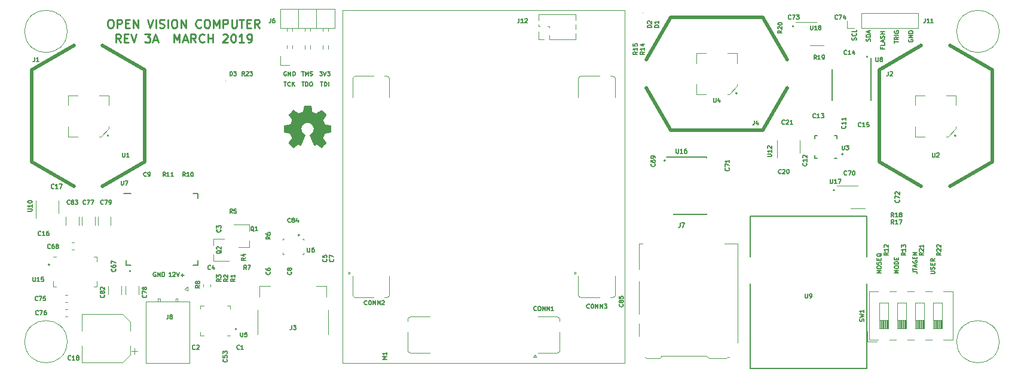
<source format=gbr>
G04 #@! TF.GenerationSoftware,KiCad,Pcbnew,5.1.0-unknown-c1c4a09~94~ubuntu18.04.1*
G04 #@! TF.CreationDate,2019-04-01T00:28:56+08:00*
G04 #@! TF.ProjectId,ovc3,6f766333-2e6b-4696-9361-645f70636258,rev?*
G04 #@! TF.SameCoordinates,Original*
G04 #@! TF.FileFunction,Legend,Top*
G04 #@! TF.FilePolarity,Positive*
%FSLAX46Y46*%
G04 Gerber Fmt 4.6, Leading zero omitted, Abs format (unit mm)*
G04 Created by KiCad (PCBNEW 5.1.0-unknown-c1c4a09~94~ubuntu18.04.1) date 2019-04-01 00:28:56*
%MOMM*%
%LPD*%
G04 APERTURE LIST*
%ADD10C,0.200000*%
%ADD11C,0.150000*%
%ADD12C,0.250000*%
%ADD13C,0.120000*%
%ADD14C,0.100000*%
%ADD15C,0.500000*%
%ADD16C,0.010000*%
G04 APERTURE END LIST*
D10*
X94000000Y-107000000D02*
G75*
G03X94000000Y-107000000I-100000J0D01*
G01*
X82500000Y-106100000D02*
G75*
G03X82500000Y-106100000I-100000J0D01*
G01*
X109000000Y-115200000D02*
G75*
G03X109000000Y-115200000I-100000J0D01*
G01*
X117900000Y-101900000D02*
G75*
G03X117900000Y-101900000I-100000J0D01*
G01*
X169700000Y-91300000D02*
G75*
G03X169700000Y-91300000I-100000J0D01*
G01*
X194900000Y-90400000D02*
G75*
G03X194900000Y-90400000I-100000J0D01*
G01*
X193700000Y-95500000D02*
G75*
G03X193700000Y-95500000I-100000J0D01*
G01*
X198400000Y-76600000D02*
G75*
G03X198400000Y-76600000I-100000J0D01*
G01*
X187900000Y-72300000D02*
G75*
G03X187900000Y-72300000I-100000J0D01*
G01*
D11*
X196742857Y-74240357D02*
X196771428Y-74154642D01*
X196771428Y-74011785D01*
X196742857Y-73954642D01*
X196714285Y-73926071D01*
X196657142Y-73897500D01*
X196600000Y-73897500D01*
X196542857Y-73926071D01*
X196514285Y-73954642D01*
X196485714Y-74011785D01*
X196457142Y-74126071D01*
X196428571Y-74183214D01*
X196400000Y-74211785D01*
X196342857Y-74240357D01*
X196285714Y-74240357D01*
X196228571Y-74211785D01*
X196200000Y-74183214D01*
X196171428Y-74126071D01*
X196171428Y-73983214D01*
X196200000Y-73897500D01*
X196714285Y-73297500D02*
X196742857Y-73326071D01*
X196771428Y-73411785D01*
X196771428Y-73468928D01*
X196742857Y-73554642D01*
X196685714Y-73611785D01*
X196628571Y-73640357D01*
X196514285Y-73668928D01*
X196428571Y-73668928D01*
X196314285Y-73640357D01*
X196257142Y-73611785D01*
X196200000Y-73554642D01*
X196171428Y-73468928D01*
X196171428Y-73411785D01*
X196200000Y-73326071D01*
X196228571Y-73297500D01*
X196771428Y-72754642D02*
X196771428Y-73040357D01*
X196171428Y-73040357D01*
X198742857Y-74368928D02*
X198771428Y-74283214D01*
X198771428Y-74140357D01*
X198742857Y-74083214D01*
X198714285Y-74054642D01*
X198657142Y-74026071D01*
X198600000Y-74026071D01*
X198542857Y-74054642D01*
X198514285Y-74083214D01*
X198485714Y-74140357D01*
X198457142Y-74254642D01*
X198428571Y-74311785D01*
X198400000Y-74340357D01*
X198342857Y-74368928D01*
X198285714Y-74368928D01*
X198228571Y-74340357D01*
X198200000Y-74311785D01*
X198171428Y-74254642D01*
X198171428Y-74111785D01*
X198200000Y-74026071D01*
X198771428Y-73768928D02*
X198171428Y-73768928D01*
X198171428Y-73626071D01*
X198200000Y-73540357D01*
X198257142Y-73483214D01*
X198314285Y-73454642D01*
X198428571Y-73426071D01*
X198514285Y-73426071D01*
X198628571Y-73454642D01*
X198685714Y-73483214D01*
X198742857Y-73540357D01*
X198771428Y-73626071D01*
X198771428Y-73768928D01*
X198600000Y-73197500D02*
X198600000Y-72911785D01*
X198771428Y-73254642D02*
X198171428Y-73054642D01*
X198771428Y-72854642D01*
X200457142Y-75268928D02*
X200457142Y-75468928D01*
X200771428Y-75468928D02*
X200171428Y-75468928D01*
X200171428Y-75183214D01*
X200771428Y-74668928D02*
X200771428Y-74954642D01*
X200171428Y-74954642D01*
X200600000Y-74497500D02*
X200600000Y-74211785D01*
X200771428Y-74554642D02*
X200171428Y-74354642D01*
X200771428Y-74154642D01*
X200742857Y-73983214D02*
X200771428Y-73897500D01*
X200771428Y-73754642D01*
X200742857Y-73697500D01*
X200714285Y-73668928D01*
X200657142Y-73640357D01*
X200600000Y-73640357D01*
X200542857Y-73668928D01*
X200514285Y-73697500D01*
X200485714Y-73754642D01*
X200457142Y-73868928D01*
X200428571Y-73926071D01*
X200400000Y-73954642D01*
X200342857Y-73983214D01*
X200285714Y-73983214D01*
X200228571Y-73954642D01*
X200200000Y-73926071D01*
X200171428Y-73868928D01*
X200171428Y-73726071D01*
X200200000Y-73640357D01*
X200771428Y-73383214D02*
X200171428Y-73383214D01*
X200457142Y-73383214D02*
X200457142Y-73040357D01*
X200771428Y-73040357D02*
X200171428Y-73040357D01*
X202171428Y-74683214D02*
X202171428Y-74340357D01*
X202771428Y-74511785D02*
X202171428Y-74511785D01*
X202771428Y-73797500D02*
X202485714Y-73997500D01*
X202771428Y-74140357D02*
X202171428Y-74140357D01*
X202171428Y-73911785D01*
X202200000Y-73854642D01*
X202228571Y-73826071D01*
X202285714Y-73797500D01*
X202371428Y-73797500D01*
X202428571Y-73826071D01*
X202457142Y-73854642D01*
X202485714Y-73911785D01*
X202485714Y-74140357D01*
X202771428Y-73540357D02*
X202171428Y-73540357D01*
X202200000Y-72940357D02*
X202171428Y-72997500D01*
X202171428Y-73083214D01*
X202200000Y-73168928D01*
X202257142Y-73226071D01*
X202314285Y-73254642D01*
X202428571Y-73283214D01*
X202514285Y-73283214D01*
X202628571Y-73254642D01*
X202685714Y-73226071D01*
X202742857Y-73168928D01*
X202771428Y-73083214D01*
X202771428Y-73026071D01*
X202742857Y-72940357D01*
X202714285Y-72911785D01*
X202514285Y-72911785D01*
X202514285Y-73026071D01*
X204200000Y-74168928D02*
X204171428Y-74226071D01*
X204171428Y-74311785D01*
X204200000Y-74397500D01*
X204257142Y-74454642D01*
X204314285Y-74483214D01*
X204428571Y-74511785D01*
X204514285Y-74511785D01*
X204628571Y-74483214D01*
X204685714Y-74454642D01*
X204742857Y-74397500D01*
X204771428Y-74311785D01*
X204771428Y-74254642D01*
X204742857Y-74168928D01*
X204714285Y-74140357D01*
X204514285Y-74140357D01*
X204514285Y-74254642D01*
X204771428Y-73883214D02*
X204171428Y-73883214D01*
X204771428Y-73540357D01*
X204171428Y-73540357D01*
X204771428Y-73254642D02*
X204171428Y-73254642D01*
X204171428Y-73111785D01*
X204200000Y-73026071D01*
X204257142Y-72968928D01*
X204314285Y-72940357D01*
X204428571Y-72911785D01*
X204514285Y-72911785D01*
X204628571Y-72940357D01*
X204685714Y-72968928D01*
X204742857Y-73026071D01*
X204771428Y-73111785D01*
X204771428Y-73254642D01*
X204771428Y-107085714D02*
X205200000Y-107085714D01*
X205285714Y-107114285D01*
X205342857Y-107171428D01*
X205371428Y-107257142D01*
X205371428Y-107314285D01*
X204771428Y-106885714D02*
X204771428Y-106542857D01*
X205371428Y-106714285D02*
X204771428Y-106714285D01*
X205200000Y-106371428D02*
X205200000Y-106085714D01*
X205371428Y-106428571D02*
X204771428Y-106228571D01*
X205371428Y-106028571D01*
X204800000Y-105514285D02*
X204771428Y-105571428D01*
X204771428Y-105657142D01*
X204800000Y-105742857D01*
X204857142Y-105800000D01*
X204914285Y-105828571D01*
X205028571Y-105857142D01*
X205114285Y-105857142D01*
X205228571Y-105828571D01*
X205285714Y-105800000D01*
X205342857Y-105742857D01*
X205371428Y-105657142D01*
X205371428Y-105600000D01*
X205342857Y-105514285D01*
X205314285Y-105485714D01*
X205114285Y-105485714D01*
X205114285Y-105600000D01*
X205057142Y-105228571D02*
X205057142Y-105028571D01*
X205371428Y-104942857D02*
X205371428Y-105228571D01*
X204771428Y-105228571D01*
X204771428Y-104942857D01*
X205371428Y-104685714D02*
X204771428Y-104685714D01*
X205371428Y-104342857D01*
X204771428Y-104342857D01*
X202771428Y-107285714D02*
X202171428Y-107285714D01*
X202600000Y-107085714D01*
X202171428Y-106885714D01*
X202771428Y-106885714D01*
X202171428Y-106485714D02*
X202171428Y-106371428D01*
X202200000Y-106314285D01*
X202257142Y-106257142D01*
X202371428Y-106228571D01*
X202571428Y-106228571D01*
X202685714Y-106257142D01*
X202742857Y-106314285D01*
X202771428Y-106371428D01*
X202771428Y-106485714D01*
X202742857Y-106542857D01*
X202685714Y-106600000D01*
X202571428Y-106628571D01*
X202371428Y-106628571D01*
X202257142Y-106600000D01*
X202200000Y-106542857D01*
X202171428Y-106485714D01*
X202771428Y-105971428D02*
X202171428Y-105971428D01*
X202171428Y-105828571D01*
X202200000Y-105742857D01*
X202257142Y-105685714D01*
X202314285Y-105657142D01*
X202428571Y-105628571D01*
X202514285Y-105628571D01*
X202628571Y-105657142D01*
X202685714Y-105685714D01*
X202742857Y-105742857D01*
X202771428Y-105828571D01*
X202771428Y-105971428D01*
X202457142Y-105371428D02*
X202457142Y-105171428D01*
X202771428Y-105085714D02*
X202771428Y-105371428D01*
X202171428Y-105371428D01*
X202171428Y-105085714D01*
X200271428Y-107257142D02*
X199671428Y-107257142D01*
X200271428Y-106914285D01*
X199671428Y-106914285D01*
X199671428Y-106514285D02*
X199671428Y-106400000D01*
X199700000Y-106342857D01*
X199757142Y-106285714D01*
X199871428Y-106257142D01*
X200071428Y-106257142D01*
X200185714Y-106285714D01*
X200242857Y-106342857D01*
X200271428Y-106400000D01*
X200271428Y-106514285D01*
X200242857Y-106571428D01*
X200185714Y-106628571D01*
X200071428Y-106657142D01*
X199871428Y-106657142D01*
X199757142Y-106628571D01*
X199700000Y-106571428D01*
X199671428Y-106514285D01*
X200242857Y-106028571D02*
X200271428Y-105942857D01*
X200271428Y-105800000D01*
X200242857Y-105742857D01*
X200214285Y-105714285D01*
X200157142Y-105685714D01*
X200100000Y-105685714D01*
X200042857Y-105714285D01*
X200014285Y-105742857D01*
X199985714Y-105800000D01*
X199957142Y-105914285D01*
X199928571Y-105971428D01*
X199900000Y-106000000D01*
X199842857Y-106028571D01*
X199785714Y-106028571D01*
X199728571Y-106000000D01*
X199700000Y-105971428D01*
X199671428Y-105914285D01*
X199671428Y-105771428D01*
X199700000Y-105685714D01*
X199957142Y-105428571D02*
X199957142Y-105228571D01*
X200271428Y-105142857D02*
X200271428Y-105428571D01*
X199671428Y-105428571D01*
X199671428Y-105142857D01*
X200328571Y-104485714D02*
X200300000Y-104542857D01*
X200242857Y-104600000D01*
X200157142Y-104685714D01*
X200128571Y-104742857D01*
X200128571Y-104800000D01*
X200271428Y-104771428D02*
X200242857Y-104828571D01*
X200185714Y-104885714D01*
X200071428Y-104914285D01*
X199871428Y-104914285D01*
X199757142Y-104885714D01*
X199700000Y-104828571D01*
X199671428Y-104771428D01*
X199671428Y-104657142D01*
X199700000Y-104600000D01*
X199757142Y-104542857D01*
X199871428Y-104514285D01*
X200071428Y-104514285D01*
X200185714Y-104542857D01*
X200242857Y-104600000D01*
X200271428Y-104657142D01*
X200271428Y-104771428D01*
X207271428Y-107328571D02*
X207757142Y-107328571D01*
X207814285Y-107300000D01*
X207842857Y-107271428D01*
X207871428Y-107214285D01*
X207871428Y-107100000D01*
X207842857Y-107042857D01*
X207814285Y-107014285D01*
X207757142Y-106985714D01*
X207271428Y-106985714D01*
X207842857Y-106728571D02*
X207871428Y-106642857D01*
X207871428Y-106500000D01*
X207842857Y-106442857D01*
X207814285Y-106414285D01*
X207757142Y-106385714D01*
X207700000Y-106385714D01*
X207642857Y-106414285D01*
X207614285Y-106442857D01*
X207585714Y-106500000D01*
X207557142Y-106614285D01*
X207528571Y-106671428D01*
X207500000Y-106700000D01*
X207442857Y-106728571D01*
X207385714Y-106728571D01*
X207328571Y-106700000D01*
X207300000Y-106671428D01*
X207271428Y-106614285D01*
X207271428Y-106471428D01*
X207300000Y-106385714D01*
X207557142Y-106128571D02*
X207557142Y-105928571D01*
X207871428Y-105842857D02*
X207871428Y-106128571D01*
X207271428Y-106128571D01*
X207271428Y-105842857D01*
X207871428Y-105242857D02*
X207585714Y-105442857D01*
X207871428Y-105585714D02*
X207271428Y-105585714D01*
X207271428Y-105357142D01*
X207300000Y-105300000D01*
X207328571Y-105271428D01*
X207385714Y-105242857D01*
X207471428Y-105242857D01*
X207528571Y-105271428D01*
X207557142Y-105300000D01*
X207585714Y-105357142D01*
X207585714Y-105585714D01*
X97542857Y-107200000D02*
X97485714Y-107171428D01*
X97400000Y-107171428D01*
X97314285Y-107200000D01*
X97257142Y-107257142D01*
X97228571Y-107314285D01*
X97200000Y-107428571D01*
X97200000Y-107514285D01*
X97228571Y-107628571D01*
X97257142Y-107685714D01*
X97314285Y-107742857D01*
X97400000Y-107771428D01*
X97457142Y-107771428D01*
X97542857Y-107742857D01*
X97571428Y-107714285D01*
X97571428Y-107514285D01*
X97457142Y-107514285D01*
X97828571Y-107771428D02*
X97828571Y-107171428D01*
X98171428Y-107771428D01*
X98171428Y-107171428D01*
X98457142Y-107771428D02*
X98457142Y-107171428D01*
X98600000Y-107171428D01*
X98685714Y-107200000D01*
X98742857Y-107257142D01*
X98771428Y-107314285D01*
X98800000Y-107428571D01*
X98800000Y-107514285D01*
X98771428Y-107628571D01*
X98742857Y-107685714D01*
X98685714Y-107742857D01*
X98600000Y-107771428D01*
X98457142Y-107771428D01*
X99757142Y-107771428D02*
X99414285Y-107771428D01*
X99585714Y-107771428D02*
X99585714Y-107171428D01*
X99528571Y-107257142D01*
X99471428Y-107314285D01*
X99414285Y-107342857D01*
X99985714Y-107228571D02*
X100014285Y-107200000D01*
X100071428Y-107171428D01*
X100214285Y-107171428D01*
X100271428Y-107200000D01*
X100300000Y-107228571D01*
X100328571Y-107285714D01*
X100328571Y-107342857D01*
X100300000Y-107428571D01*
X99957142Y-107771428D01*
X100328571Y-107771428D01*
X100500000Y-107171428D02*
X100700000Y-107771428D01*
X100900000Y-107171428D01*
X101100000Y-107542857D02*
X101557142Y-107542857D01*
X101328571Y-107771428D02*
X101328571Y-107314285D01*
D12*
X91042857Y-71317857D02*
X91271428Y-71317857D01*
X91385714Y-71375000D01*
X91500000Y-71489285D01*
X91557142Y-71717857D01*
X91557142Y-72117857D01*
X91500000Y-72346428D01*
X91385714Y-72460714D01*
X91271428Y-72517857D01*
X91042857Y-72517857D01*
X90928571Y-72460714D01*
X90814285Y-72346428D01*
X90757142Y-72117857D01*
X90757142Y-71717857D01*
X90814285Y-71489285D01*
X90928571Y-71375000D01*
X91042857Y-71317857D01*
X92071428Y-72517857D02*
X92071428Y-71317857D01*
X92528571Y-71317857D01*
X92642857Y-71375000D01*
X92700000Y-71432142D01*
X92757142Y-71546428D01*
X92757142Y-71717857D01*
X92700000Y-71832142D01*
X92642857Y-71889285D01*
X92528571Y-71946428D01*
X92071428Y-71946428D01*
X93271428Y-71889285D02*
X93671428Y-71889285D01*
X93842857Y-72517857D02*
X93271428Y-72517857D01*
X93271428Y-71317857D01*
X93842857Y-71317857D01*
X94357142Y-72517857D02*
X94357142Y-71317857D01*
X95042857Y-72517857D01*
X95042857Y-71317857D01*
X96357142Y-71317857D02*
X96757142Y-72517857D01*
X97157142Y-71317857D01*
X97557142Y-72517857D02*
X97557142Y-71317857D01*
X98071428Y-72460714D02*
X98242857Y-72517857D01*
X98528571Y-72517857D01*
X98642857Y-72460714D01*
X98700000Y-72403571D01*
X98757142Y-72289285D01*
X98757142Y-72175000D01*
X98700000Y-72060714D01*
X98642857Y-72003571D01*
X98528571Y-71946428D01*
X98300000Y-71889285D01*
X98185714Y-71832142D01*
X98128571Y-71775000D01*
X98071428Y-71660714D01*
X98071428Y-71546428D01*
X98128571Y-71432142D01*
X98185714Y-71375000D01*
X98300000Y-71317857D01*
X98585714Y-71317857D01*
X98757142Y-71375000D01*
X99271428Y-72517857D02*
X99271428Y-71317857D01*
X100071428Y-71317857D02*
X100300000Y-71317857D01*
X100414285Y-71375000D01*
X100528571Y-71489285D01*
X100585714Y-71717857D01*
X100585714Y-72117857D01*
X100528571Y-72346428D01*
X100414285Y-72460714D01*
X100300000Y-72517857D01*
X100071428Y-72517857D01*
X99957142Y-72460714D01*
X99842857Y-72346428D01*
X99785714Y-72117857D01*
X99785714Y-71717857D01*
X99842857Y-71489285D01*
X99957142Y-71375000D01*
X100071428Y-71317857D01*
X101100000Y-72517857D02*
X101100000Y-71317857D01*
X101785714Y-72517857D01*
X101785714Y-71317857D01*
X103957142Y-72403571D02*
X103900000Y-72460714D01*
X103728571Y-72517857D01*
X103614285Y-72517857D01*
X103442857Y-72460714D01*
X103328571Y-72346428D01*
X103271428Y-72232142D01*
X103214285Y-72003571D01*
X103214285Y-71832142D01*
X103271428Y-71603571D01*
X103328571Y-71489285D01*
X103442857Y-71375000D01*
X103614285Y-71317857D01*
X103728571Y-71317857D01*
X103900000Y-71375000D01*
X103957142Y-71432142D01*
X104700000Y-71317857D02*
X104928571Y-71317857D01*
X105042857Y-71375000D01*
X105157142Y-71489285D01*
X105214285Y-71717857D01*
X105214285Y-72117857D01*
X105157142Y-72346428D01*
X105042857Y-72460714D01*
X104928571Y-72517857D01*
X104700000Y-72517857D01*
X104585714Y-72460714D01*
X104471428Y-72346428D01*
X104414285Y-72117857D01*
X104414285Y-71717857D01*
X104471428Y-71489285D01*
X104585714Y-71375000D01*
X104700000Y-71317857D01*
X105728571Y-72517857D02*
X105728571Y-71317857D01*
X106128571Y-72175000D01*
X106528571Y-71317857D01*
X106528571Y-72517857D01*
X107100000Y-72517857D02*
X107100000Y-71317857D01*
X107557142Y-71317857D01*
X107671428Y-71375000D01*
X107728571Y-71432142D01*
X107785714Y-71546428D01*
X107785714Y-71717857D01*
X107728571Y-71832142D01*
X107671428Y-71889285D01*
X107557142Y-71946428D01*
X107100000Y-71946428D01*
X108300000Y-71317857D02*
X108300000Y-72289285D01*
X108357142Y-72403571D01*
X108414285Y-72460714D01*
X108528571Y-72517857D01*
X108757142Y-72517857D01*
X108871428Y-72460714D01*
X108928571Y-72403571D01*
X108985714Y-72289285D01*
X108985714Y-71317857D01*
X109385714Y-71317857D02*
X110071428Y-71317857D01*
X109728571Y-72517857D02*
X109728571Y-71317857D01*
X110471428Y-71889285D02*
X110871428Y-71889285D01*
X111042857Y-72517857D02*
X110471428Y-72517857D01*
X110471428Y-71317857D01*
X111042857Y-71317857D01*
X112242857Y-72517857D02*
X111842857Y-71946428D01*
X111557142Y-72517857D02*
X111557142Y-71317857D01*
X112014285Y-71317857D01*
X112128571Y-71375000D01*
X112185714Y-71432142D01*
X112242857Y-71546428D01*
X112242857Y-71717857D01*
X112185714Y-71832142D01*
X112128571Y-71889285D01*
X112014285Y-71946428D01*
X111557142Y-71946428D01*
X92585714Y-74567857D02*
X92185714Y-73996428D01*
X91900000Y-74567857D02*
X91900000Y-73367857D01*
X92357142Y-73367857D01*
X92471428Y-73425000D01*
X92528571Y-73482142D01*
X92585714Y-73596428D01*
X92585714Y-73767857D01*
X92528571Y-73882142D01*
X92471428Y-73939285D01*
X92357142Y-73996428D01*
X91900000Y-73996428D01*
X93100000Y-73939285D02*
X93500000Y-73939285D01*
X93671428Y-74567857D02*
X93100000Y-74567857D01*
X93100000Y-73367857D01*
X93671428Y-73367857D01*
X94014285Y-73367857D02*
X94414285Y-74567857D01*
X94814285Y-73367857D01*
X96014285Y-73367857D02*
X96757142Y-73367857D01*
X96357142Y-73825000D01*
X96528571Y-73825000D01*
X96642857Y-73882142D01*
X96700000Y-73939285D01*
X96757142Y-74053571D01*
X96757142Y-74339285D01*
X96700000Y-74453571D01*
X96642857Y-74510714D01*
X96528571Y-74567857D01*
X96185714Y-74567857D01*
X96071428Y-74510714D01*
X96014285Y-74453571D01*
X97214285Y-74225000D02*
X97785714Y-74225000D01*
X97100000Y-74567857D02*
X97500000Y-73367857D01*
X97900000Y-74567857D01*
X100128571Y-74567857D02*
X100128571Y-73367857D01*
X100528571Y-74225000D01*
X100928571Y-73367857D01*
X100928571Y-74567857D01*
X101442857Y-74225000D02*
X102014285Y-74225000D01*
X101328571Y-74567857D02*
X101728571Y-73367857D01*
X102128571Y-74567857D01*
X103214285Y-74567857D02*
X102814285Y-73996428D01*
X102528571Y-74567857D02*
X102528571Y-73367857D01*
X102985714Y-73367857D01*
X103100000Y-73425000D01*
X103157142Y-73482142D01*
X103214285Y-73596428D01*
X103214285Y-73767857D01*
X103157142Y-73882142D01*
X103100000Y-73939285D01*
X102985714Y-73996428D01*
X102528571Y-73996428D01*
X104414285Y-74453571D02*
X104357142Y-74510714D01*
X104185714Y-74567857D01*
X104071428Y-74567857D01*
X103900000Y-74510714D01*
X103785714Y-74396428D01*
X103728571Y-74282142D01*
X103671428Y-74053571D01*
X103671428Y-73882142D01*
X103728571Y-73653571D01*
X103785714Y-73539285D01*
X103900000Y-73425000D01*
X104071428Y-73367857D01*
X104185714Y-73367857D01*
X104357142Y-73425000D01*
X104414285Y-73482142D01*
X104928571Y-74567857D02*
X104928571Y-73367857D01*
X104928571Y-73939285D02*
X105614285Y-73939285D01*
X105614285Y-74567857D02*
X105614285Y-73367857D01*
X107042857Y-73482142D02*
X107100000Y-73425000D01*
X107214285Y-73367857D01*
X107500000Y-73367857D01*
X107614285Y-73425000D01*
X107671428Y-73482142D01*
X107728571Y-73596428D01*
X107728571Y-73710714D01*
X107671428Y-73882142D01*
X106985714Y-74567857D01*
X107728571Y-74567857D01*
X108471428Y-73367857D02*
X108585714Y-73367857D01*
X108700000Y-73425000D01*
X108757142Y-73482142D01*
X108814285Y-73596428D01*
X108871428Y-73825000D01*
X108871428Y-74110714D01*
X108814285Y-74339285D01*
X108757142Y-74453571D01*
X108700000Y-74510714D01*
X108585714Y-74567857D01*
X108471428Y-74567857D01*
X108357142Y-74510714D01*
X108300000Y-74453571D01*
X108242857Y-74339285D01*
X108185714Y-74110714D01*
X108185714Y-73825000D01*
X108242857Y-73596428D01*
X108300000Y-73482142D01*
X108357142Y-73425000D01*
X108471428Y-73367857D01*
X110014285Y-74567857D02*
X109328571Y-74567857D01*
X109671428Y-74567857D02*
X109671428Y-73367857D01*
X109557142Y-73539285D01*
X109442857Y-73653571D01*
X109328571Y-73710714D01*
X110585714Y-74567857D02*
X110814285Y-74567857D01*
X110928571Y-74510714D01*
X110985714Y-74453571D01*
X111100000Y-74282142D01*
X111157142Y-74053571D01*
X111157142Y-73596428D01*
X111100000Y-73482142D01*
X111042857Y-73425000D01*
X110928571Y-73367857D01*
X110700000Y-73367857D01*
X110585714Y-73425000D01*
X110528571Y-73482142D01*
X110471428Y-73596428D01*
X110471428Y-73882142D01*
X110528571Y-73996428D01*
X110585714Y-74053571D01*
X110700000Y-74110714D01*
X110928571Y-74110714D01*
X111042857Y-74053571D01*
X111100000Y-73996428D01*
X111157142Y-73882142D01*
D11*
X158957142Y-112214285D02*
X158928571Y-112242857D01*
X158842857Y-112271428D01*
X158785714Y-112271428D01*
X158700000Y-112242857D01*
X158642857Y-112185714D01*
X158614285Y-112128571D01*
X158585714Y-112014285D01*
X158585714Y-111928571D01*
X158614285Y-111814285D01*
X158642857Y-111757142D01*
X158700000Y-111700000D01*
X158785714Y-111671428D01*
X158842857Y-111671428D01*
X158928571Y-111700000D01*
X158957142Y-111728571D01*
X159328571Y-111671428D02*
X159442857Y-111671428D01*
X159500000Y-111700000D01*
X159557142Y-111757142D01*
X159585714Y-111871428D01*
X159585714Y-112071428D01*
X159557142Y-112185714D01*
X159500000Y-112242857D01*
X159442857Y-112271428D01*
X159328571Y-112271428D01*
X159271428Y-112242857D01*
X159214285Y-112185714D01*
X159185714Y-112071428D01*
X159185714Y-111871428D01*
X159214285Y-111757142D01*
X159271428Y-111700000D01*
X159328571Y-111671428D01*
X159842857Y-112271428D02*
X159842857Y-111671428D01*
X160185714Y-112271428D01*
X160185714Y-111671428D01*
X160471428Y-112271428D02*
X160471428Y-111671428D01*
X160814285Y-112271428D01*
X160814285Y-111671428D01*
X161042857Y-111671428D02*
X161414285Y-111671428D01*
X161214285Y-111900000D01*
X161300000Y-111900000D01*
X161357142Y-111928571D01*
X161385714Y-111957142D01*
X161414285Y-112014285D01*
X161414285Y-112157142D01*
X161385714Y-112214285D01*
X161357142Y-112242857D01*
X161300000Y-112271428D01*
X161128571Y-112271428D01*
X161071428Y-112242857D01*
X161042857Y-112214285D01*
X127457142Y-111714285D02*
X127428571Y-111742857D01*
X127342857Y-111771428D01*
X127285714Y-111771428D01*
X127200000Y-111742857D01*
X127142857Y-111685714D01*
X127114285Y-111628571D01*
X127085714Y-111514285D01*
X127085714Y-111428571D01*
X127114285Y-111314285D01*
X127142857Y-111257142D01*
X127200000Y-111200000D01*
X127285714Y-111171428D01*
X127342857Y-111171428D01*
X127428571Y-111200000D01*
X127457142Y-111228571D01*
X127828571Y-111171428D02*
X127942857Y-111171428D01*
X128000000Y-111200000D01*
X128057142Y-111257142D01*
X128085714Y-111371428D01*
X128085714Y-111571428D01*
X128057142Y-111685714D01*
X128000000Y-111742857D01*
X127942857Y-111771428D01*
X127828571Y-111771428D01*
X127771428Y-111742857D01*
X127714285Y-111685714D01*
X127685714Y-111571428D01*
X127685714Y-111371428D01*
X127714285Y-111257142D01*
X127771428Y-111200000D01*
X127828571Y-111171428D01*
X128342857Y-111771428D02*
X128342857Y-111171428D01*
X128685714Y-111771428D01*
X128685714Y-111171428D01*
X128971428Y-111771428D02*
X128971428Y-111171428D01*
X129314285Y-111771428D01*
X129314285Y-111171428D01*
X129571428Y-111228571D02*
X129600000Y-111200000D01*
X129657142Y-111171428D01*
X129800000Y-111171428D01*
X129857142Y-111200000D01*
X129885714Y-111228571D01*
X129914285Y-111285714D01*
X129914285Y-111342857D01*
X129885714Y-111428571D01*
X129542857Y-111771428D01*
X129914285Y-111771428D01*
X151457142Y-112514285D02*
X151428571Y-112542857D01*
X151342857Y-112571428D01*
X151285714Y-112571428D01*
X151200000Y-112542857D01*
X151142857Y-112485714D01*
X151114285Y-112428571D01*
X151085714Y-112314285D01*
X151085714Y-112228571D01*
X151114285Y-112114285D01*
X151142857Y-112057142D01*
X151200000Y-112000000D01*
X151285714Y-111971428D01*
X151342857Y-111971428D01*
X151428571Y-112000000D01*
X151457142Y-112028571D01*
X151828571Y-111971428D02*
X151942857Y-111971428D01*
X152000000Y-112000000D01*
X152057142Y-112057142D01*
X152085714Y-112171428D01*
X152085714Y-112371428D01*
X152057142Y-112485714D01*
X152000000Y-112542857D01*
X151942857Y-112571428D01*
X151828571Y-112571428D01*
X151771428Y-112542857D01*
X151714285Y-112485714D01*
X151685714Y-112371428D01*
X151685714Y-112171428D01*
X151714285Y-112057142D01*
X151771428Y-112000000D01*
X151828571Y-111971428D01*
X152342857Y-112571428D02*
X152342857Y-111971428D01*
X152685714Y-112571428D01*
X152685714Y-111971428D01*
X152971428Y-112571428D02*
X152971428Y-111971428D01*
X153314285Y-112571428D01*
X153314285Y-111971428D01*
X153914285Y-112571428D02*
X153571428Y-112571428D01*
X153742857Y-112571428D02*
X153742857Y-111971428D01*
X153685714Y-112057142D01*
X153628571Y-112114285D01*
X153571428Y-112142857D01*
X115728571Y-80171428D02*
X116071428Y-80171428D01*
X115900000Y-80771428D02*
X115900000Y-80171428D01*
X116614285Y-80714285D02*
X116585714Y-80742857D01*
X116500000Y-80771428D01*
X116442857Y-80771428D01*
X116357142Y-80742857D01*
X116300000Y-80685714D01*
X116271428Y-80628571D01*
X116242857Y-80514285D01*
X116242857Y-80428571D01*
X116271428Y-80314285D01*
X116300000Y-80257142D01*
X116357142Y-80200000D01*
X116442857Y-80171428D01*
X116500000Y-80171428D01*
X116585714Y-80200000D01*
X116614285Y-80228571D01*
X116871428Y-80771428D02*
X116871428Y-80171428D01*
X117214285Y-80771428D02*
X116957142Y-80428571D01*
X117214285Y-80171428D02*
X116871428Y-80514285D01*
X118214285Y-80171428D02*
X118557142Y-80171428D01*
X118385714Y-80771428D02*
X118385714Y-80171428D01*
X118757142Y-80771428D02*
X118757142Y-80171428D01*
X118900000Y-80171428D01*
X118985714Y-80200000D01*
X119042857Y-80257142D01*
X119071428Y-80314285D01*
X119100000Y-80428571D01*
X119100000Y-80514285D01*
X119071428Y-80628571D01*
X119042857Y-80685714D01*
X118985714Y-80742857D01*
X118900000Y-80771428D01*
X118757142Y-80771428D01*
X119471428Y-80171428D02*
X119585714Y-80171428D01*
X119642857Y-80200000D01*
X119700000Y-80257142D01*
X119728571Y-80371428D01*
X119728571Y-80571428D01*
X119700000Y-80685714D01*
X119642857Y-80742857D01*
X119585714Y-80771428D01*
X119471428Y-80771428D01*
X119414285Y-80742857D01*
X119357142Y-80685714D01*
X119328571Y-80571428D01*
X119328571Y-80371428D01*
X119357142Y-80257142D01*
X119414285Y-80200000D01*
X119471428Y-80171428D01*
X116042857Y-78700000D02*
X115985714Y-78671428D01*
X115900000Y-78671428D01*
X115814285Y-78700000D01*
X115757142Y-78757142D01*
X115728571Y-78814285D01*
X115700000Y-78928571D01*
X115700000Y-79014285D01*
X115728571Y-79128571D01*
X115757142Y-79185714D01*
X115814285Y-79242857D01*
X115900000Y-79271428D01*
X115957142Y-79271428D01*
X116042857Y-79242857D01*
X116071428Y-79214285D01*
X116071428Y-79014285D01*
X115957142Y-79014285D01*
X116328571Y-79271428D02*
X116328571Y-78671428D01*
X116671428Y-79271428D01*
X116671428Y-78671428D01*
X116957142Y-79271428D02*
X116957142Y-78671428D01*
X117100000Y-78671428D01*
X117185714Y-78700000D01*
X117242857Y-78757142D01*
X117271428Y-78814285D01*
X117300000Y-78928571D01*
X117300000Y-79014285D01*
X117271428Y-79128571D01*
X117242857Y-79185714D01*
X117185714Y-79242857D01*
X117100000Y-79271428D01*
X116957142Y-79271428D01*
X120885714Y-80171428D02*
X121228571Y-80171428D01*
X121057142Y-80771428D02*
X121057142Y-80171428D01*
X121428571Y-80771428D02*
X121428571Y-80171428D01*
X121571428Y-80171428D01*
X121657142Y-80200000D01*
X121714285Y-80257142D01*
X121742857Y-80314285D01*
X121771428Y-80428571D01*
X121771428Y-80514285D01*
X121742857Y-80628571D01*
X121714285Y-80685714D01*
X121657142Y-80742857D01*
X121571428Y-80771428D01*
X121428571Y-80771428D01*
X122028571Y-80771428D02*
X122028571Y-80171428D01*
X118200000Y-78671428D02*
X118542857Y-78671428D01*
X118371428Y-79271428D02*
X118371428Y-78671428D01*
X118742857Y-79271428D02*
X118742857Y-78671428D01*
X118942857Y-79100000D01*
X119142857Y-78671428D01*
X119142857Y-79271428D01*
X119400000Y-79242857D02*
X119485714Y-79271428D01*
X119628571Y-79271428D01*
X119685714Y-79242857D01*
X119714285Y-79214285D01*
X119742857Y-79157142D01*
X119742857Y-79100000D01*
X119714285Y-79042857D01*
X119685714Y-79014285D01*
X119628571Y-78985714D01*
X119514285Y-78957142D01*
X119457142Y-78928571D01*
X119428571Y-78900000D01*
X119400000Y-78842857D01*
X119400000Y-78785714D01*
X119428571Y-78728571D01*
X119457142Y-78700000D01*
X119514285Y-78671428D01*
X119657142Y-78671428D01*
X119742857Y-78700000D01*
X120757142Y-78671428D02*
X121128571Y-78671428D01*
X120928571Y-78900000D01*
X121014285Y-78900000D01*
X121071428Y-78928571D01*
X121100000Y-78957142D01*
X121128571Y-79014285D01*
X121128571Y-79157142D01*
X121100000Y-79214285D01*
X121071428Y-79242857D01*
X121014285Y-79271428D01*
X120842857Y-79271428D01*
X120785714Y-79242857D01*
X120757142Y-79214285D01*
X121300000Y-78671428D02*
X121500000Y-79271428D01*
X121700000Y-78671428D01*
X121842857Y-78671428D02*
X122214285Y-78671428D01*
X122014285Y-78900000D01*
X122100000Y-78900000D01*
X122157142Y-78928571D01*
X122185714Y-78957142D01*
X122214285Y-79014285D01*
X122214285Y-79157142D01*
X122185714Y-79214285D01*
X122157142Y-79242857D01*
X122100000Y-79271428D01*
X121928571Y-79271428D01*
X121871428Y-79242857D01*
X121842857Y-79214285D01*
D13*
X217000000Y-73000000D02*
G75*
G03X217000000Y-73000000I-3000000J0D01*
G01*
X217000000Y-117000000D02*
G75*
G03X217000000Y-117000000I-3000000J0D01*
G01*
X85000000Y-117000000D02*
G75*
G03X85000000Y-117000000I-3000000J0D01*
G01*
X85000000Y-73000000D02*
G75*
G03X85000000Y-73000000I-3000000J0D01*
G01*
X115230000Y-77770000D02*
X115230000Y-76500000D01*
X116500000Y-77770000D02*
X115230000Y-77770000D01*
X121960000Y-75457071D02*
X121960000Y-75002929D01*
X121200000Y-75457071D02*
X121200000Y-75002929D01*
X121960000Y-72917071D02*
X121960000Y-72520000D01*
X121200000Y-72917071D02*
X121200000Y-72520000D01*
X120310000Y-72520000D02*
X120310000Y-69860000D01*
X119420000Y-75457071D02*
X119420000Y-75002929D01*
X118660000Y-75457071D02*
X118660000Y-75002929D01*
X119420000Y-72917071D02*
X119420000Y-72520000D01*
X118660000Y-72917071D02*
X118660000Y-72520000D01*
X117770000Y-72520000D02*
X117770000Y-69860000D01*
X116880000Y-75390000D02*
X116880000Y-75002929D01*
X116120000Y-75390000D02*
X116120000Y-75002929D01*
X116880000Y-72917071D02*
X116880000Y-72520000D01*
X116120000Y-72917071D02*
X116120000Y-72520000D01*
X115170000Y-69860000D02*
X115170000Y-72520000D01*
X122910000Y-69860000D02*
X115170000Y-69860000D01*
X122910000Y-72520000D02*
X122910000Y-69860000D01*
X115170000Y-72520000D02*
X122910000Y-72520000D01*
X94543750Y-118741250D02*
X94543750Y-117953750D01*
X94937500Y-118347500D02*
X94150000Y-118347500D01*
X93910000Y-114154437D02*
X92845563Y-113090000D01*
X93910000Y-118845563D02*
X92845563Y-119910000D01*
X93910000Y-118845563D02*
X93910000Y-117560000D01*
X93910000Y-114154437D02*
X93910000Y-115440000D01*
X92845563Y-113090000D02*
X87090000Y-113090000D01*
X92845563Y-119910000D02*
X87090000Y-119910000D01*
X87090000Y-119910000D02*
X87090000Y-117560000D01*
X87090000Y-113090000D02*
X87090000Y-115440000D01*
X124000000Y-70000000D02*
X164000000Y-70000000D01*
X164000000Y-70000000D02*
X164000000Y-120000000D01*
X164000000Y-120000000D02*
X124000000Y-120000000D01*
X124000000Y-120000000D02*
X124000000Y-70000000D01*
X156857157Y-107450000D02*
X156857157Y-107050000D01*
X157400000Y-107660000D02*
X157400000Y-110435000D01*
X162300000Y-79265000D02*
X162600000Y-79565000D01*
X162600000Y-79565000D02*
X162600000Y-82340000D01*
X157400000Y-110435000D02*
X157700000Y-110735000D01*
X157140000Y-107250000D02*
X156857157Y-107450000D01*
X157400000Y-79565000D02*
X157700000Y-79265000D01*
X162600000Y-110435000D02*
X162600000Y-107660000D01*
X157700000Y-79265000D02*
X160376954Y-79265000D01*
X162300000Y-110735000D02*
X162600000Y-110435000D01*
X156857157Y-107050000D02*
X157140000Y-107250000D01*
X161923046Y-110735000D02*
X162300000Y-110735000D01*
X161923046Y-79265000D02*
X162300000Y-79265000D01*
X157700000Y-110735000D02*
X160376954Y-110735000D01*
X157400000Y-82340000D02*
X157400000Y-79565000D01*
X125700000Y-79265000D02*
X128376954Y-79265000D01*
X125400000Y-107660000D02*
X125400000Y-110435000D01*
X124857157Y-107450000D02*
X124857157Y-107050000D01*
X124857157Y-107050000D02*
X125140000Y-107250000D01*
X125400000Y-79565000D02*
X125700000Y-79265000D01*
X130600000Y-79565000D02*
X130600000Y-82340000D01*
X129923046Y-110735000D02*
X130300000Y-110735000D01*
X125400000Y-82340000D02*
X125400000Y-79565000D01*
X129923046Y-79265000D02*
X130300000Y-79265000D01*
X125700000Y-110735000D02*
X128376954Y-110735000D01*
X125140000Y-107250000D02*
X124857157Y-107450000D01*
X125400000Y-110435000D02*
X125700000Y-110735000D01*
X130600000Y-110435000D02*
X130600000Y-107660000D01*
X130300000Y-79265000D02*
X130600000Y-79565000D01*
X130300000Y-110735000D02*
X130600000Y-110435000D01*
X133565000Y-113400000D02*
X136340000Y-113400000D01*
X133265000Y-113700000D02*
X133565000Y-113400000D01*
X133265000Y-114076954D02*
X133265000Y-113700000D01*
X154435000Y-113400000D02*
X151660000Y-113400000D01*
X136340000Y-118600000D02*
X133565000Y-118600000D01*
X154735000Y-118300000D02*
X154735000Y-115623046D01*
X154435000Y-118600000D02*
X154735000Y-118300000D01*
X151660000Y-118600000D02*
X154435000Y-118600000D01*
X151050000Y-119142843D02*
X151250000Y-118860000D01*
X151450000Y-119142843D02*
X151050000Y-119142843D01*
X151250000Y-118860000D02*
X151450000Y-119142843D01*
X154735000Y-113700000D02*
X154435000Y-113400000D01*
X154735000Y-114076954D02*
X154735000Y-113700000D01*
X133265000Y-118300000D02*
X133265000Y-115623046D01*
X133565000Y-118600000D02*
X133265000Y-118300000D01*
X151740000Y-74130000D02*
X151740000Y-73000000D01*
X152500000Y-74130000D02*
X151740000Y-74130000D01*
X151805000Y-71422470D02*
X151805000Y-70600000D01*
X151805000Y-72240000D02*
X151805000Y-72037530D01*
X151936529Y-72240000D02*
X151805000Y-72240000D01*
X153206529Y-72240000D02*
X153063471Y-72240000D01*
X153260000Y-72436529D02*
X153260000Y-72293471D01*
X153260000Y-74130000D02*
X153260000Y-73563471D01*
X151805000Y-70600000D02*
X157005000Y-70600000D01*
X153260000Y-74130000D02*
X157005000Y-74130000D01*
X157005000Y-72692470D02*
X157005000Y-72037530D01*
X157005000Y-71422470D02*
X157005000Y-70600000D01*
X157005000Y-74130000D02*
X157005000Y-73307530D01*
D14*
X107460000Y-80000000D02*
G75*
G03X107460000Y-80000000I-50000J0D01*
G01*
D13*
X207675000Y-113908333D02*
X208945000Y-113908333D01*
X208875000Y-115115000D02*
X208875000Y-113908333D01*
X208755000Y-115115000D02*
X208755000Y-113908333D01*
X208635000Y-115115000D02*
X208635000Y-113908333D01*
X208515000Y-115115000D02*
X208515000Y-113908333D01*
X208395000Y-115115000D02*
X208395000Y-113908333D01*
X208275000Y-115115000D02*
X208275000Y-113908333D01*
X208155000Y-115115000D02*
X208155000Y-113908333D01*
X208035000Y-115115000D02*
X208035000Y-113908333D01*
X207915000Y-115115000D02*
X207915000Y-113908333D01*
X207795000Y-115115000D02*
X207795000Y-113908333D01*
X207675000Y-111495000D02*
X207675000Y-115115000D01*
X208945000Y-111495000D02*
X207675000Y-111495000D01*
X208945000Y-115115000D02*
X208945000Y-111495000D01*
X207675000Y-115115000D02*
X208945000Y-115115000D01*
X205135000Y-113908333D02*
X206405000Y-113908333D01*
X206335000Y-115115000D02*
X206335000Y-113908333D01*
X206215000Y-115115000D02*
X206215000Y-113908333D01*
X206095000Y-115115000D02*
X206095000Y-113908333D01*
X205975000Y-115115000D02*
X205975000Y-113908333D01*
X205855000Y-115115000D02*
X205855000Y-113908333D01*
X205735000Y-115115000D02*
X205735000Y-113908333D01*
X205615000Y-115115000D02*
X205615000Y-113908333D01*
X205495000Y-115115000D02*
X205495000Y-113908333D01*
X205375000Y-115115000D02*
X205375000Y-113908333D01*
X205255000Y-115115000D02*
X205255000Y-113908333D01*
X205135000Y-111495000D02*
X205135000Y-115115000D01*
X206405000Y-111495000D02*
X205135000Y-111495000D01*
X206405000Y-115115000D02*
X206405000Y-111495000D01*
X205135000Y-115115000D02*
X206405000Y-115115000D01*
X202595000Y-113908333D02*
X203865000Y-113908333D01*
X203795000Y-115115000D02*
X203795000Y-113908333D01*
X203675000Y-115115000D02*
X203675000Y-113908333D01*
X203555000Y-115115000D02*
X203555000Y-113908333D01*
X203435000Y-115115000D02*
X203435000Y-113908333D01*
X203315000Y-115115000D02*
X203315000Y-113908333D01*
X203195000Y-115115000D02*
X203195000Y-113908333D01*
X203075000Y-115115000D02*
X203075000Y-113908333D01*
X202955000Y-115115000D02*
X202955000Y-113908333D01*
X202835000Y-115115000D02*
X202835000Y-113908333D01*
X202715000Y-115115000D02*
X202715000Y-113908333D01*
X202595000Y-111495000D02*
X202595000Y-115115000D01*
X203865000Y-111495000D02*
X202595000Y-111495000D01*
X203865000Y-115115000D02*
X203865000Y-111495000D01*
X202595000Y-115115000D02*
X203865000Y-115115000D01*
X200055000Y-113908333D02*
X201325000Y-113908333D01*
X201255000Y-115115000D02*
X201255000Y-113908333D01*
X201135000Y-115115000D02*
X201135000Y-113908333D01*
X201015000Y-115115000D02*
X201015000Y-113908333D01*
X200895000Y-115115000D02*
X200895000Y-113908333D01*
X200775000Y-115115000D02*
X200775000Y-113908333D01*
X200655000Y-115115000D02*
X200655000Y-113908333D01*
X200535000Y-115115000D02*
X200535000Y-113908333D01*
X200415000Y-115115000D02*
X200415000Y-113908333D01*
X200295000Y-115115000D02*
X200295000Y-113908333D01*
X200175000Y-115115000D02*
X200175000Y-113908333D01*
X200055000Y-111495000D02*
X200055000Y-115115000D01*
X201325000Y-111495000D02*
X200055000Y-111495000D01*
X201325000Y-115115000D02*
X201325000Y-111495000D01*
X200055000Y-115115000D02*
X201325000Y-115115000D01*
X198340000Y-116955000D02*
X199723000Y-116955000D01*
X198340000Y-116955000D02*
X198340000Y-115572000D01*
X201490000Y-109895000D02*
X202430000Y-109895000D01*
X198580000Y-109895000D02*
X199890000Y-109895000D01*
X204030000Y-109895000D02*
X204970000Y-109895000D01*
X206570000Y-109895000D02*
X207510000Y-109895000D01*
X209110000Y-109895000D02*
X210420000Y-109895000D01*
X209110000Y-116715000D02*
X210420000Y-116715000D01*
X206570000Y-116715000D02*
X207510000Y-116715000D01*
X204030000Y-116715000D02*
X204970000Y-116715000D01*
X201490000Y-116715000D02*
X202430000Y-116715000D01*
X198580000Y-116715000D02*
X199890000Y-116715000D01*
X210420000Y-116715000D02*
X210420000Y-109895000D01*
X198580000Y-116715000D02*
X198580000Y-109895000D01*
X82990000Y-109160000D02*
X82990000Y-108435000D01*
X82990000Y-104940000D02*
X83440000Y-104940000D01*
X82990000Y-109160000D02*
X83440000Y-109160000D01*
X89210000Y-109160000D02*
X88760000Y-109160000D01*
X89210000Y-104940000D02*
X88760000Y-104940000D01*
X89210000Y-104940000D02*
X89210000Y-105665000D01*
X89210000Y-108435000D02*
X89210000Y-109160000D01*
X86660000Y-100502064D02*
X86660000Y-99297936D01*
X84840000Y-100502064D02*
X84840000Y-99297936D01*
X90840000Y-109097936D02*
X90840000Y-110302064D01*
X92660000Y-109097936D02*
X92660000Y-110302064D01*
X91160000Y-100502064D02*
X91160000Y-99297936D01*
X89340000Y-100502064D02*
X89340000Y-99297936D01*
X93290000Y-109097936D02*
X93290000Y-110302064D01*
X95110000Y-109097936D02*
X95110000Y-110302064D01*
X88910000Y-100502064D02*
X88910000Y-99297936D01*
X87090000Y-100502064D02*
X87090000Y-99297936D01*
X84737221Y-113460000D02*
X85062779Y-113460000D01*
X84737221Y-112440000D02*
X85062779Y-112440000D01*
X84737221Y-111360000D02*
X85062779Y-111360000D01*
X84737221Y-110340000D02*
X85062779Y-110340000D01*
X85962779Y-102890000D02*
X85637221Y-102890000D01*
X85962779Y-103910000D02*
X85637221Y-103910000D01*
X195440000Y-72560000D02*
X195440000Y-71500000D01*
X196500000Y-72560000D02*
X195440000Y-72560000D01*
X197500000Y-72560000D02*
X197500000Y-70440000D01*
X197500000Y-70440000D02*
X205560000Y-70440000D01*
X197500000Y-72560000D02*
X205560000Y-72560000D01*
X205560000Y-72560000D02*
X205560000Y-70440000D01*
D11*
X198870000Y-76795000D02*
X198870000Y-82770000D01*
X193345000Y-78370000D02*
X193345000Y-82770000D01*
D15*
X200000000Y-91500000D02*
X200000000Y-78500000D01*
X200000000Y-78500000D02*
X206000000Y-75000000D01*
X206000000Y-95000000D02*
X200000000Y-91500000D01*
X210000000Y-75000000D02*
X216000000Y-78500000D01*
X216000000Y-78500000D02*
X216000000Y-91500000D01*
X216000000Y-91500000D02*
X210000000Y-95000000D01*
D10*
X210872500Y-87782500D02*
G75*
G03X210872500Y-87782500I-100000J0D01*
G01*
D13*
X210892500Y-86782500D02*
X210892500Y-86511250D01*
X209772500Y-87902500D02*
X210892500Y-86782500D01*
X209506250Y-87902500D02*
X209772500Y-87902500D01*
X210892500Y-82097500D02*
X210892500Y-83488750D01*
X209506250Y-82097500D02*
X210892500Y-82097500D01*
X205107500Y-87902500D02*
X205107500Y-86511250D01*
X206493750Y-87902500D02*
X205107500Y-87902500D01*
X205107500Y-82097500D02*
X205107500Y-83488750D01*
X206493750Y-82097500D02*
X205107500Y-82097500D01*
X205107500Y-87902500D02*
X205107500Y-86511250D01*
X206493750Y-87902500D02*
X205107500Y-87902500D01*
X205107500Y-87902500D02*
X205107500Y-86511250D01*
X206493750Y-87902500D02*
X205107500Y-87902500D01*
X197000000Y-94880000D02*
X194000000Y-94880000D01*
X198000000Y-98120000D02*
X196000000Y-98120000D01*
X191175000Y-71710000D02*
X188175000Y-71710000D01*
X192175000Y-74950000D02*
X190175000Y-74950000D01*
D11*
X170925000Y-98925000D02*
X175575000Y-98925000D01*
X169850000Y-90825000D02*
X175575000Y-90825000D01*
X170925000Y-98925000D02*
X170925000Y-98900000D01*
X175575000Y-98925000D02*
X175575000Y-98900000D01*
X175575000Y-90875000D02*
X175575000Y-90900000D01*
D13*
X102034264Y-109200000D02*
X101610000Y-109500000D01*
X102034264Y-109800000D02*
X102034264Y-109200000D01*
X101610000Y-109500000D02*
X102034264Y-109800000D01*
X97850000Y-110860000D02*
X97850000Y-111310000D01*
X98150000Y-110860000D02*
X97850000Y-110860000D01*
X98150000Y-111310000D02*
X98150000Y-110860000D01*
X97850000Y-111310000D02*
X98150000Y-111310000D01*
X100350000Y-110860000D02*
X100350000Y-111310000D01*
X100650000Y-110860000D02*
X100350000Y-110860000D01*
X100650000Y-111310000D02*
X100650000Y-110860000D01*
X100350000Y-111310000D02*
X100650000Y-111310000D01*
X102330000Y-119990000D02*
X102330000Y-111310000D01*
X96170000Y-119990000D02*
X102330000Y-119990000D01*
X96170000Y-111310000D02*
X96170000Y-119990000D01*
X102330000Y-111310000D02*
X96170000Y-111310000D01*
X178075000Y-103115000D02*
X179995000Y-103115000D01*
X179995000Y-103115000D02*
X179995000Y-117125000D01*
X166475000Y-103115000D02*
X166025000Y-103115000D01*
X166025000Y-103115000D02*
X166025000Y-106725000D01*
X178315000Y-119385000D02*
X176005000Y-119385000D01*
X167055000Y-119385000D02*
X168915000Y-119385000D01*
X167055000Y-119385000D02*
X166855000Y-119185000D01*
X166025000Y-108425000D02*
X166025000Y-113125000D01*
X166025000Y-114425000D02*
X166025000Y-116225000D01*
X169125000Y-119035000D02*
X175495000Y-119035000D01*
X169125000Y-119035000D02*
X169125000Y-119185000D01*
X168915000Y-119385000D02*
X169125000Y-119185000D01*
X178315000Y-119385000D02*
X178515000Y-119185000D01*
X178515000Y-119185000D02*
X178775000Y-119185000D01*
X176005000Y-119385000D02*
X175495000Y-119035000D01*
D14*
X165550000Y-70410000D02*
G75*
G03X165550000Y-70410000I-50000J0D01*
G01*
X166550000Y-70410000D02*
G75*
G03X166550000Y-70410000I-50000J0D01*
G01*
D10*
X179872500Y-81782500D02*
G75*
G03X179872500Y-81782500I-100000J0D01*
G01*
D13*
X179892500Y-80782500D02*
X179892500Y-80511250D01*
X178772500Y-81902500D02*
X179892500Y-80782500D01*
X178506250Y-81902500D02*
X178772500Y-81902500D01*
X179892500Y-76097500D02*
X179892500Y-77488750D01*
X178506250Y-76097500D02*
X179892500Y-76097500D01*
X174107500Y-81902500D02*
X174107500Y-80511250D01*
X175493750Y-81902500D02*
X174107500Y-81902500D01*
X174107500Y-76097500D02*
X174107500Y-77488750D01*
X175493750Y-76097500D02*
X174107500Y-76097500D01*
X174107500Y-81902500D02*
X174107500Y-80511250D01*
X175493750Y-81902500D02*
X174107500Y-81902500D01*
X174107500Y-81902500D02*
X174107500Y-80511250D01*
X175493750Y-81902500D02*
X174107500Y-81902500D01*
X185590000Y-88450000D02*
X185590000Y-90900000D01*
X188810000Y-90250000D02*
X188810000Y-88450000D01*
X83769645Y-98777240D02*
X83769645Y-96977240D01*
X80549645Y-96977240D02*
X80549645Y-99427240D01*
D11*
X198255000Y-120795000D02*
X181745000Y-120795000D01*
X181745000Y-120795000D02*
X181745000Y-108730000D01*
X181745000Y-108730000D02*
X181745000Y-108730000D01*
X198255000Y-120795000D02*
X198255000Y-108730000D01*
X198255000Y-108730000D02*
X198255000Y-108730000D01*
X198255000Y-104920000D02*
X198255000Y-99205000D01*
X198255000Y-99205000D02*
X181745000Y-99205000D01*
X181745000Y-104920000D02*
X181745000Y-99205000D01*
D16*
G36*
X119555814Y-83968931D02*
G01*
X119639635Y-84413555D01*
X119948920Y-84541053D01*
X120258206Y-84668551D01*
X120629246Y-84416246D01*
X120733157Y-84345996D01*
X120827087Y-84283272D01*
X120906652Y-84230938D01*
X120967470Y-84191857D01*
X121005157Y-84168893D01*
X121015421Y-84163942D01*
X121033910Y-84176676D01*
X121073420Y-84211882D01*
X121129522Y-84265062D01*
X121197787Y-84331718D01*
X121273786Y-84407354D01*
X121353092Y-84487472D01*
X121431275Y-84567574D01*
X121503907Y-84643164D01*
X121566559Y-84709745D01*
X121614803Y-84762818D01*
X121644210Y-84797887D01*
X121651241Y-84809623D01*
X121641123Y-84831260D01*
X121612759Y-84878662D01*
X121569129Y-84947193D01*
X121513218Y-85032215D01*
X121448006Y-85129093D01*
X121410219Y-85184350D01*
X121341343Y-85285248D01*
X121280140Y-85376299D01*
X121229578Y-85452970D01*
X121192628Y-85510728D01*
X121172258Y-85545043D01*
X121169197Y-85552254D01*
X121176136Y-85572748D01*
X121195051Y-85620513D01*
X121223087Y-85688832D01*
X121257391Y-85770989D01*
X121295109Y-85860270D01*
X121333387Y-85949958D01*
X121369370Y-86033338D01*
X121400206Y-86103694D01*
X121423039Y-86154310D01*
X121435017Y-86178471D01*
X121435724Y-86179422D01*
X121454531Y-86184036D01*
X121504618Y-86194328D01*
X121580793Y-86209287D01*
X121677865Y-86227901D01*
X121790643Y-86249159D01*
X121856442Y-86261418D01*
X121976950Y-86284362D01*
X122085797Y-86306195D01*
X122177476Y-86325722D01*
X122246481Y-86341748D01*
X122287304Y-86353079D01*
X122295511Y-86356674D01*
X122303548Y-86381006D01*
X122310033Y-86435959D01*
X122314970Y-86515108D01*
X122318364Y-86612026D01*
X122320218Y-86720287D01*
X122320538Y-86833465D01*
X122319327Y-86945135D01*
X122316590Y-87048868D01*
X122312331Y-87138241D01*
X122306555Y-87206826D01*
X122299267Y-87248197D01*
X122294895Y-87256810D01*
X122268764Y-87267133D01*
X122213393Y-87281892D01*
X122136107Y-87299352D01*
X122044230Y-87317780D01*
X122012158Y-87323741D01*
X121857524Y-87352066D01*
X121735375Y-87374876D01*
X121641673Y-87393080D01*
X121572384Y-87407583D01*
X121523471Y-87419292D01*
X121490897Y-87429115D01*
X121470628Y-87437956D01*
X121458626Y-87446724D01*
X121456947Y-87448457D01*
X121440184Y-87476371D01*
X121414614Y-87530695D01*
X121382788Y-87604777D01*
X121347260Y-87691965D01*
X121310583Y-87785608D01*
X121275311Y-87879052D01*
X121243996Y-87965647D01*
X121219193Y-88038740D01*
X121203454Y-88091678D01*
X121199332Y-88117811D01*
X121199676Y-88118726D01*
X121213641Y-88140086D01*
X121245322Y-88187084D01*
X121291391Y-88254827D01*
X121348518Y-88338423D01*
X121413373Y-88432982D01*
X121431843Y-88459854D01*
X121497699Y-88557275D01*
X121555650Y-88646163D01*
X121602538Y-88721412D01*
X121635207Y-88777920D01*
X121650500Y-88810581D01*
X121651241Y-88814593D01*
X121638392Y-88835684D01*
X121602888Y-88877464D01*
X121549293Y-88935445D01*
X121482171Y-89005135D01*
X121406087Y-89082045D01*
X121325604Y-89161683D01*
X121245287Y-89239561D01*
X121169699Y-89311186D01*
X121103405Y-89372070D01*
X121050969Y-89417721D01*
X121016955Y-89443650D01*
X121007545Y-89447883D01*
X120985643Y-89437912D01*
X120940800Y-89411020D01*
X120880321Y-89371736D01*
X120833789Y-89340117D01*
X120749475Y-89282098D01*
X120649626Y-89213784D01*
X120549473Y-89145579D01*
X120495627Y-89109075D01*
X120313371Y-88985800D01*
X120160381Y-89068520D01*
X120090682Y-89104759D01*
X120031414Y-89132926D01*
X119991311Y-89148991D01*
X119981103Y-89151226D01*
X119968829Y-89134722D01*
X119944613Y-89088082D01*
X119910263Y-89015609D01*
X119867588Y-88921606D01*
X119818394Y-88810374D01*
X119764490Y-88686215D01*
X119707684Y-88553432D01*
X119649782Y-88416327D01*
X119592593Y-88279202D01*
X119537924Y-88146358D01*
X119487584Y-88022098D01*
X119443380Y-87910725D01*
X119407119Y-87816539D01*
X119380609Y-87743844D01*
X119365658Y-87696941D01*
X119363254Y-87680833D01*
X119382311Y-87660286D01*
X119424036Y-87626933D01*
X119479706Y-87587702D01*
X119484378Y-87584599D01*
X119628264Y-87469423D01*
X119744283Y-87335053D01*
X119831430Y-87185784D01*
X119888699Y-87025913D01*
X119915086Y-86859737D01*
X119909585Y-86691552D01*
X119871190Y-86525655D01*
X119798895Y-86366342D01*
X119777626Y-86331487D01*
X119666996Y-86190737D01*
X119536302Y-86077714D01*
X119390064Y-85993003D01*
X119232808Y-85937194D01*
X119069057Y-85910874D01*
X118903333Y-85914630D01*
X118740162Y-85949050D01*
X118584065Y-86014723D01*
X118439567Y-86112235D01*
X118394869Y-86151813D01*
X118281112Y-86275703D01*
X118198218Y-86406124D01*
X118141356Y-86552315D01*
X118109687Y-86697088D01*
X118101869Y-86859860D01*
X118127938Y-87023440D01*
X118185245Y-87182298D01*
X118271144Y-87330906D01*
X118382986Y-87463735D01*
X118518123Y-87575256D01*
X118535883Y-87587011D01*
X118592150Y-87625508D01*
X118634923Y-87658863D01*
X118655372Y-87680160D01*
X118655669Y-87680833D01*
X118651279Y-87703871D01*
X118633876Y-87756157D01*
X118605268Y-87833390D01*
X118567265Y-87931268D01*
X118521674Y-88045491D01*
X118470303Y-88171758D01*
X118414962Y-88305767D01*
X118357458Y-88443218D01*
X118299601Y-88579808D01*
X118243198Y-88711237D01*
X118190058Y-88833205D01*
X118141990Y-88941409D01*
X118100801Y-89031549D01*
X118068301Y-89099323D01*
X118046297Y-89140430D01*
X118037436Y-89151226D01*
X118010360Y-89142819D01*
X117959697Y-89120272D01*
X117894183Y-89087613D01*
X117858159Y-89068520D01*
X117705168Y-88985800D01*
X117522912Y-89109075D01*
X117429875Y-89172228D01*
X117328015Y-89241727D01*
X117232562Y-89307165D01*
X117184750Y-89340117D01*
X117117505Y-89385273D01*
X117060564Y-89421057D01*
X117021354Y-89442938D01*
X117008619Y-89447563D01*
X116990083Y-89435085D01*
X116949059Y-89400252D01*
X116889525Y-89346678D01*
X116815458Y-89277983D01*
X116730835Y-89197781D01*
X116677315Y-89146286D01*
X116583681Y-89054286D01*
X116502759Y-88971999D01*
X116437823Y-88902945D01*
X116392142Y-88850644D01*
X116368989Y-88818616D01*
X116366768Y-88812116D01*
X116377076Y-88787394D01*
X116405561Y-88737405D01*
X116449063Y-88667212D01*
X116504423Y-88581875D01*
X116568480Y-88486456D01*
X116586697Y-88459854D01*
X116653073Y-88363167D01*
X116712622Y-88276117D01*
X116762016Y-88203595D01*
X116797925Y-88150493D01*
X116817019Y-88121703D01*
X116818864Y-88118726D01*
X116816105Y-88095782D01*
X116801462Y-88045336D01*
X116777487Y-87974041D01*
X116746734Y-87888547D01*
X116711756Y-87795507D01*
X116675107Y-87701574D01*
X116639339Y-87613399D01*
X116607006Y-87537634D01*
X116580662Y-87480931D01*
X116562858Y-87449943D01*
X116561593Y-87448457D01*
X116550706Y-87439601D01*
X116532318Y-87430843D01*
X116502394Y-87421277D01*
X116456897Y-87409996D01*
X116391791Y-87396093D01*
X116303039Y-87378663D01*
X116186607Y-87356798D01*
X116038458Y-87329591D01*
X116006382Y-87323741D01*
X115911314Y-87305374D01*
X115828435Y-87287405D01*
X115765070Y-87271569D01*
X115728542Y-87259600D01*
X115723644Y-87256810D01*
X115715573Y-87232072D01*
X115709013Y-87176790D01*
X115703967Y-87097389D01*
X115700441Y-87000296D01*
X115698439Y-86891938D01*
X115697964Y-86778740D01*
X115699023Y-86667128D01*
X115701618Y-86563529D01*
X115705754Y-86474368D01*
X115711437Y-86406072D01*
X115718669Y-86365066D01*
X115723029Y-86356674D01*
X115747302Y-86348208D01*
X115802574Y-86334435D01*
X115883338Y-86316550D01*
X115984088Y-86295748D01*
X116099317Y-86273223D01*
X116162098Y-86261418D01*
X116281213Y-86239151D01*
X116387435Y-86218979D01*
X116475573Y-86201915D01*
X116540434Y-86188969D01*
X116576826Y-86181155D01*
X116582816Y-86179422D01*
X116592939Y-86159890D01*
X116614338Y-86112843D01*
X116644161Y-86045003D01*
X116679555Y-85963091D01*
X116717668Y-85873828D01*
X116755647Y-85783935D01*
X116790640Y-85700135D01*
X116819794Y-85629147D01*
X116840257Y-85577694D01*
X116849177Y-85552497D01*
X116849343Y-85551396D01*
X116839231Y-85531519D01*
X116810883Y-85485777D01*
X116767277Y-85418717D01*
X116711394Y-85334884D01*
X116646213Y-85238826D01*
X116608321Y-85183650D01*
X116539275Y-85082481D01*
X116477950Y-84990630D01*
X116427337Y-84912744D01*
X116390429Y-84853469D01*
X116370218Y-84817451D01*
X116367299Y-84809377D01*
X116379847Y-84790584D01*
X116414537Y-84750457D01*
X116466937Y-84693493D01*
X116532616Y-84624185D01*
X116607144Y-84547031D01*
X116686087Y-84466525D01*
X116765017Y-84387163D01*
X116839500Y-84313440D01*
X116905106Y-84249852D01*
X116957404Y-84200894D01*
X116991961Y-84171061D01*
X117003522Y-84163942D01*
X117022346Y-84173953D01*
X117067369Y-84202078D01*
X117134213Y-84245454D01*
X117218501Y-84301218D01*
X117315856Y-84366506D01*
X117389293Y-84416246D01*
X117760333Y-84668551D01*
X118378905Y-84413555D01*
X118462725Y-83968931D01*
X118546546Y-83524307D01*
X119471994Y-83524307D01*
X119555814Y-83968931D01*
X119555814Y-83968931D01*
G37*
X119555814Y-83968931D02*
X119639635Y-84413555D01*
X119948920Y-84541053D01*
X120258206Y-84668551D01*
X120629246Y-84416246D01*
X120733157Y-84345996D01*
X120827087Y-84283272D01*
X120906652Y-84230938D01*
X120967470Y-84191857D01*
X121005157Y-84168893D01*
X121015421Y-84163942D01*
X121033910Y-84176676D01*
X121073420Y-84211882D01*
X121129522Y-84265062D01*
X121197787Y-84331718D01*
X121273786Y-84407354D01*
X121353092Y-84487472D01*
X121431275Y-84567574D01*
X121503907Y-84643164D01*
X121566559Y-84709745D01*
X121614803Y-84762818D01*
X121644210Y-84797887D01*
X121651241Y-84809623D01*
X121641123Y-84831260D01*
X121612759Y-84878662D01*
X121569129Y-84947193D01*
X121513218Y-85032215D01*
X121448006Y-85129093D01*
X121410219Y-85184350D01*
X121341343Y-85285248D01*
X121280140Y-85376299D01*
X121229578Y-85452970D01*
X121192628Y-85510728D01*
X121172258Y-85545043D01*
X121169197Y-85552254D01*
X121176136Y-85572748D01*
X121195051Y-85620513D01*
X121223087Y-85688832D01*
X121257391Y-85770989D01*
X121295109Y-85860270D01*
X121333387Y-85949958D01*
X121369370Y-86033338D01*
X121400206Y-86103694D01*
X121423039Y-86154310D01*
X121435017Y-86178471D01*
X121435724Y-86179422D01*
X121454531Y-86184036D01*
X121504618Y-86194328D01*
X121580793Y-86209287D01*
X121677865Y-86227901D01*
X121790643Y-86249159D01*
X121856442Y-86261418D01*
X121976950Y-86284362D01*
X122085797Y-86306195D01*
X122177476Y-86325722D01*
X122246481Y-86341748D01*
X122287304Y-86353079D01*
X122295511Y-86356674D01*
X122303548Y-86381006D01*
X122310033Y-86435959D01*
X122314970Y-86515108D01*
X122318364Y-86612026D01*
X122320218Y-86720287D01*
X122320538Y-86833465D01*
X122319327Y-86945135D01*
X122316590Y-87048868D01*
X122312331Y-87138241D01*
X122306555Y-87206826D01*
X122299267Y-87248197D01*
X122294895Y-87256810D01*
X122268764Y-87267133D01*
X122213393Y-87281892D01*
X122136107Y-87299352D01*
X122044230Y-87317780D01*
X122012158Y-87323741D01*
X121857524Y-87352066D01*
X121735375Y-87374876D01*
X121641673Y-87393080D01*
X121572384Y-87407583D01*
X121523471Y-87419292D01*
X121490897Y-87429115D01*
X121470628Y-87437956D01*
X121458626Y-87446724D01*
X121456947Y-87448457D01*
X121440184Y-87476371D01*
X121414614Y-87530695D01*
X121382788Y-87604777D01*
X121347260Y-87691965D01*
X121310583Y-87785608D01*
X121275311Y-87879052D01*
X121243996Y-87965647D01*
X121219193Y-88038740D01*
X121203454Y-88091678D01*
X121199332Y-88117811D01*
X121199676Y-88118726D01*
X121213641Y-88140086D01*
X121245322Y-88187084D01*
X121291391Y-88254827D01*
X121348518Y-88338423D01*
X121413373Y-88432982D01*
X121431843Y-88459854D01*
X121497699Y-88557275D01*
X121555650Y-88646163D01*
X121602538Y-88721412D01*
X121635207Y-88777920D01*
X121650500Y-88810581D01*
X121651241Y-88814593D01*
X121638392Y-88835684D01*
X121602888Y-88877464D01*
X121549293Y-88935445D01*
X121482171Y-89005135D01*
X121406087Y-89082045D01*
X121325604Y-89161683D01*
X121245287Y-89239561D01*
X121169699Y-89311186D01*
X121103405Y-89372070D01*
X121050969Y-89417721D01*
X121016955Y-89443650D01*
X121007545Y-89447883D01*
X120985643Y-89437912D01*
X120940800Y-89411020D01*
X120880321Y-89371736D01*
X120833789Y-89340117D01*
X120749475Y-89282098D01*
X120649626Y-89213784D01*
X120549473Y-89145579D01*
X120495627Y-89109075D01*
X120313371Y-88985800D01*
X120160381Y-89068520D01*
X120090682Y-89104759D01*
X120031414Y-89132926D01*
X119991311Y-89148991D01*
X119981103Y-89151226D01*
X119968829Y-89134722D01*
X119944613Y-89088082D01*
X119910263Y-89015609D01*
X119867588Y-88921606D01*
X119818394Y-88810374D01*
X119764490Y-88686215D01*
X119707684Y-88553432D01*
X119649782Y-88416327D01*
X119592593Y-88279202D01*
X119537924Y-88146358D01*
X119487584Y-88022098D01*
X119443380Y-87910725D01*
X119407119Y-87816539D01*
X119380609Y-87743844D01*
X119365658Y-87696941D01*
X119363254Y-87680833D01*
X119382311Y-87660286D01*
X119424036Y-87626933D01*
X119479706Y-87587702D01*
X119484378Y-87584599D01*
X119628264Y-87469423D01*
X119744283Y-87335053D01*
X119831430Y-87185784D01*
X119888699Y-87025913D01*
X119915086Y-86859737D01*
X119909585Y-86691552D01*
X119871190Y-86525655D01*
X119798895Y-86366342D01*
X119777626Y-86331487D01*
X119666996Y-86190737D01*
X119536302Y-86077714D01*
X119390064Y-85993003D01*
X119232808Y-85937194D01*
X119069057Y-85910874D01*
X118903333Y-85914630D01*
X118740162Y-85949050D01*
X118584065Y-86014723D01*
X118439567Y-86112235D01*
X118394869Y-86151813D01*
X118281112Y-86275703D01*
X118198218Y-86406124D01*
X118141356Y-86552315D01*
X118109687Y-86697088D01*
X118101869Y-86859860D01*
X118127938Y-87023440D01*
X118185245Y-87182298D01*
X118271144Y-87330906D01*
X118382986Y-87463735D01*
X118518123Y-87575256D01*
X118535883Y-87587011D01*
X118592150Y-87625508D01*
X118634923Y-87658863D01*
X118655372Y-87680160D01*
X118655669Y-87680833D01*
X118651279Y-87703871D01*
X118633876Y-87756157D01*
X118605268Y-87833390D01*
X118567265Y-87931268D01*
X118521674Y-88045491D01*
X118470303Y-88171758D01*
X118414962Y-88305767D01*
X118357458Y-88443218D01*
X118299601Y-88579808D01*
X118243198Y-88711237D01*
X118190058Y-88833205D01*
X118141990Y-88941409D01*
X118100801Y-89031549D01*
X118068301Y-89099323D01*
X118046297Y-89140430D01*
X118037436Y-89151226D01*
X118010360Y-89142819D01*
X117959697Y-89120272D01*
X117894183Y-89087613D01*
X117858159Y-89068520D01*
X117705168Y-88985800D01*
X117522912Y-89109075D01*
X117429875Y-89172228D01*
X117328015Y-89241727D01*
X117232562Y-89307165D01*
X117184750Y-89340117D01*
X117117505Y-89385273D01*
X117060564Y-89421057D01*
X117021354Y-89442938D01*
X117008619Y-89447563D01*
X116990083Y-89435085D01*
X116949059Y-89400252D01*
X116889525Y-89346678D01*
X116815458Y-89277983D01*
X116730835Y-89197781D01*
X116677315Y-89146286D01*
X116583681Y-89054286D01*
X116502759Y-88971999D01*
X116437823Y-88902945D01*
X116392142Y-88850644D01*
X116368989Y-88818616D01*
X116366768Y-88812116D01*
X116377076Y-88787394D01*
X116405561Y-88737405D01*
X116449063Y-88667212D01*
X116504423Y-88581875D01*
X116568480Y-88486456D01*
X116586697Y-88459854D01*
X116653073Y-88363167D01*
X116712622Y-88276117D01*
X116762016Y-88203595D01*
X116797925Y-88150493D01*
X116817019Y-88121703D01*
X116818864Y-88118726D01*
X116816105Y-88095782D01*
X116801462Y-88045336D01*
X116777487Y-87974041D01*
X116746734Y-87888547D01*
X116711756Y-87795507D01*
X116675107Y-87701574D01*
X116639339Y-87613399D01*
X116607006Y-87537634D01*
X116580662Y-87480931D01*
X116562858Y-87449943D01*
X116561593Y-87448457D01*
X116550706Y-87439601D01*
X116532318Y-87430843D01*
X116502394Y-87421277D01*
X116456897Y-87409996D01*
X116391791Y-87396093D01*
X116303039Y-87378663D01*
X116186607Y-87356798D01*
X116038458Y-87329591D01*
X116006382Y-87323741D01*
X115911314Y-87305374D01*
X115828435Y-87287405D01*
X115765070Y-87271569D01*
X115728542Y-87259600D01*
X115723644Y-87256810D01*
X115715573Y-87232072D01*
X115709013Y-87176790D01*
X115703967Y-87097389D01*
X115700441Y-87000296D01*
X115698439Y-86891938D01*
X115697964Y-86778740D01*
X115699023Y-86667128D01*
X115701618Y-86563529D01*
X115705754Y-86474368D01*
X115711437Y-86406072D01*
X115718669Y-86365066D01*
X115723029Y-86356674D01*
X115747302Y-86348208D01*
X115802574Y-86334435D01*
X115883338Y-86316550D01*
X115984088Y-86295748D01*
X116099317Y-86273223D01*
X116162098Y-86261418D01*
X116281213Y-86239151D01*
X116387435Y-86218979D01*
X116475573Y-86201915D01*
X116540434Y-86188969D01*
X116576826Y-86181155D01*
X116582816Y-86179422D01*
X116592939Y-86159890D01*
X116614338Y-86112843D01*
X116644161Y-86045003D01*
X116679555Y-85963091D01*
X116717668Y-85873828D01*
X116755647Y-85783935D01*
X116790640Y-85700135D01*
X116819794Y-85629147D01*
X116840257Y-85577694D01*
X116849177Y-85552497D01*
X116849343Y-85551396D01*
X116839231Y-85531519D01*
X116810883Y-85485777D01*
X116767277Y-85418717D01*
X116711394Y-85334884D01*
X116646213Y-85238826D01*
X116608321Y-85183650D01*
X116539275Y-85082481D01*
X116477950Y-84990630D01*
X116427337Y-84912744D01*
X116390429Y-84853469D01*
X116370218Y-84817451D01*
X116367299Y-84809377D01*
X116379847Y-84790584D01*
X116414537Y-84750457D01*
X116466937Y-84693493D01*
X116532616Y-84624185D01*
X116607144Y-84547031D01*
X116686087Y-84466525D01*
X116765017Y-84387163D01*
X116839500Y-84313440D01*
X116905106Y-84249852D01*
X116957404Y-84200894D01*
X116991961Y-84171061D01*
X117003522Y-84163942D01*
X117022346Y-84173953D01*
X117067369Y-84202078D01*
X117134213Y-84245454D01*
X117218501Y-84301218D01*
X117315856Y-84366506D01*
X117389293Y-84416246D01*
X117760333Y-84668551D01*
X118378905Y-84413555D01*
X118462725Y-83968931D01*
X118546546Y-83524307D01*
X119471994Y-83524307D01*
X119555814Y-83968931D01*
D15*
X183500000Y-87000000D02*
X170500000Y-87000000D01*
X170500000Y-87000000D02*
X167000000Y-81000000D01*
X187000000Y-81000000D02*
X183500000Y-87000000D01*
X167000000Y-77000000D02*
X170500000Y-71000000D01*
X170500000Y-71000000D02*
X183500000Y-71000000D01*
X183500000Y-71000000D02*
X187000000Y-77000000D01*
D11*
X194050000Y-91000000D02*
X193650000Y-91000000D01*
X190850000Y-91000000D02*
X191250000Y-91000000D01*
X190850000Y-91000000D02*
X190850000Y-90600000D01*
X190850000Y-87800000D02*
X191250000Y-87800000D01*
X190850000Y-87800000D02*
X190850000Y-88200000D01*
X194050000Y-87800000D02*
X193650000Y-87800000D01*
X194050000Y-87800000D02*
X194050000Y-88200000D01*
D15*
X96000000Y-78500000D02*
X96000000Y-91500000D01*
X96000000Y-91500000D02*
X90000000Y-95000000D01*
X90000000Y-75000000D02*
X96000000Y-78500000D01*
X86000000Y-95000000D02*
X80000000Y-91500000D01*
X80000000Y-91500000D02*
X80000000Y-78500000D01*
X80000000Y-78500000D02*
X86000000Y-75000000D01*
D13*
X86493750Y-87902500D02*
X85107500Y-87902500D01*
X85107500Y-87902500D02*
X85107500Y-86511250D01*
X86493750Y-87902500D02*
X85107500Y-87902500D01*
X85107500Y-87902500D02*
X85107500Y-86511250D01*
X86493750Y-82097500D02*
X85107500Y-82097500D01*
X85107500Y-82097500D02*
X85107500Y-83488750D01*
X86493750Y-87902500D02*
X85107500Y-87902500D01*
X85107500Y-87902500D02*
X85107500Y-86511250D01*
X89506250Y-82097500D02*
X90892500Y-82097500D01*
X90892500Y-82097500D02*
X90892500Y-83488750D01*
X89506250Y-87902500D02*
X89772500Y-87902500D01*
X89772500Y-87902500D02*
X90892500Y-86782500D01*
X90892500Y-86782500D02*
X90892500Y-86511250D01*
D10*
X90872500Y-87782500D02*
G75*
G03X90872500Y-87782500I-100000J0D01*
G01*
D11*
X94000000Y-96025000D02*
X93000000Y-96025000D01*
X93325000Y-106175000D02*
X93325000Y-105500000D01*
X94000000Y-106175000D02*
X93325000Y-106175000D01*
X103475000Y-106175000D02*
X103475000Y-105500000D01*
X102800000Y-106175000D02*
X103475000Y-106175000D01*
X103475000Y-96025000D02*
X103475000Y-96700000D01*
X102800000Y-96025000D02*
X103475000Y-96025000D01*
D13*
X118500000Y-104400000D02*
X118500000Y-104600000D01*
X118500000Y-104600000D02*
X118300000Y-104600000D01*
X115700000Y-104600000D02*
X115500000Y-104600000D01*
X115500000Y-104600000D02*
X115500000Y-104400000D01*
X115500000Y-102600000D02*
X115500000Y-102400000D01*
X115500000Y-102400000D02*
X115700000Y-102400000D01*
X118500000Y-102400000D02*
X118500000Y-102600000D01*
X118300000Y-102400000D02*
X118500000Y-102400000D01*
X104290000Y-108837221D02*
X104290000Y-109162779D01*
X105310000Y-108837221D02*
X105310000Y-109162779D01*
X105740000Y-102420000D02*
X107200000Y-102420000D01*
X105740000Y-105580000D02*
X107900000Y-105580000D01*
X105740000Y-105580000D02*
X105740000Y-104650000D01*
X105740000Y-102420000D02*
X105740000Y-103350000D01*
X110760000Y-103580000D02*
X109300000Y-103580000D01*
X110760000Y-100420000D02*
X108600000Y-100420000D01*
X110760000Y-100420000D02*
X110760000Y-101350000D01*
X110760000Y-103580000D02*
X110760000Y-102650000D01*
X104365000Y-116110000D02*
X103890000Y-116110000D01*
X103890000Y-116110000D02*
X103890000Y-115635000D01*
X107635000Y-111890000D02*
X108110000Y-111890000D01*
X108110000Y-111890000D02*
X108110000Y-112365000D01*
X104365000Y-111890000D02*
X103890000Y-111890000D01*
X103890000Y-111890000D02*
X103890000Y-112365000D01*
X107635000Y-116110000D02*
X108110000Y-116110000D01*
X112250000Y-109130000D02*
X112250000Y-110650000D01*
X122000000Y-112500000D02*
X122000000Y-116000000D01*
X112250000Y-109130000D02*
X113750000Y-109130000D01*
X112000000Y-112500000D02*
X112000000Y-116000000D01*
X121750000Y-109130000D02*
X121750000Y-110650000D01*
X120250000Y-109130000D02*
X121750000Y-109130000D01*
D11*
X113800000Y-71171428D02*
X113800000Y-71600000D01*
X113771428Y-71685714D01*
X113714285Y-71742857D01*
X113628571Y-71771428D01*
X113571428Y-71771428D01*
X114342857Y-71171428D02*
X114228571Y-71171428D01*
X114171428Y-71200000D01*
X114142857Y-71228571D01*
X114085714Y-71314285D01*
X114057142Y-71428571D01*
X114057142Y-71657142D01*
X114085714Y-71714285D01*
X114114285Y-71742857D01*
X114171428Y-71771428D01*
X114285714Y-71771428D01*
X114342857Y-71742857D01*
X114371428Y-71714285D01*
X114400000Y-71657142D01*
X114400000Y-71514285D01*
X114371428Y-71457142D01*
X114342857Y-71428571D01*
X114285714Y-71400000D01*
X114171428Y-71400000D01*
X114114285Y-71428571D01*
X114085714Y-71457142D01*
X114057142Y-71514285D01*
X85514285Y-119514285D02*
X85485714Y-119542857D01*
X85400000Y-119571428D01*
X85342857Y-119571428D01*
X85257142Y-119542857D01*
X85200000Y-119485714D01*
X85171428Y-119428571D01*
X85142857Y-119314285D01*
X85142857Y-119228571D01*
X85171428Y-119114285D01*
X85200000Y-119057142D01*
X85257142Y-119000000D01*
X85342857Y-118971428D01*
X85400000Y-118971428D01*
X85485714Y-119000000D01*
X85514285Y-119028571D01*
X86085714Y-119571428D02*
X85742857Y-119571428D01*
X85914285Y-119571428D02*
X85914285Y-118971428D01*
X85857142Y-119057142D01*
X85800000Y-119114285D01*
X85742857Y-119142857D01*
X86428571Y-119228571D02*
X86371428Y-119200000D01*
X86342857Y-119171428D01*
X86314285Y-119114285D01*
X86314285Y-119085714D01*
X86342857Y-119028571D01*
X86371428Y-119000000D01*
X86428571Y-118971428D01*
X86542857Y-118971428D01*
X86600000Y-119000000D01*
X86628571Y-119028571D01*
X86657142Y-119085714D01*
X86657142Y-119114285D01*
X86628571Y-119171428D01*
X86600000Y-119200000D01*
X86542857Y-119228571D01*
X86428571Y-119228571D01*
X86371428Y-119257142D01*
X86342857Y-119285714D01*
X86314285Y-119342857D01*
X86314285Y-119457142D01*
X86342857Y-119514285D01*
X86371428Y-119542857D01*
X86428571Y-119571428D01*
X86542857Y-119571428D01*
X86600000Y-119542857D01*
X86628571Y-119514285D01*
X86657142Y-119457142D01*
X86657142Y-119342857D01*
X86628571Y-119285714D01*
X86600000Y-119257142D01*
X86542857Y-119228571D01*
X130271428Y-119485714D02*
X129671428Y-119485714D01*
X130100000Y-119285714D01*
X129671428Y-119085714D01*
X130271428Y-119085714D01*
X130271428Y-118485714D02*
X130271428Y-118828571D01*
X130271428Y-118657142D02*
X129671428Y-118657142D01*
X129757142Y-118714285D01*
X129814285Y-118771428D01*
X129842857Y-118828571D01*
X149014285Y-71171428D02*
X149014285Y-71600000D01*
X148985714Y-71685714D01*
X148928571Y-71742857D01*
X148842857Y-71771428D01*
X148785714Y-71771428D01*
X149614285Y-71771428D02*
X149271428Y-71771428D01*
X149442857Y-71771428D02*
X149442857Y-71171428D01*
X149385714Y-71257142D01*
X149328571Y-71314285D01*
X149271428Y-71342857D01*
X149842857Y-71228571D02*
X149871428Y-71200000D01*
X149928571Y-71171428D01*
X150071428Y-71171428D01*
X150128571Y-71200000D01*
X150157142Y-71228571D01*
X150185714Y-71285714D01*
X150185714Y-71342857D01*
X150157142Y-71428571D01*
X149814285Y-71771428D01*
X150185714Y-71771428D01*
X108057142Y-79271428D02*
X108057142Y-78671428D01*
X108200000Y-78671428D01*
X108285714Y-78700000D01*
X108342857Y-78757142D01*
X108371428Y-78814285D01*
X108400000Y-78928571D01*
X108400000Y-79014285D01*
X108371428Y-79128571D01*
X108342857Y-79185714D01*
X108285714Y-79242857D01*
X108200000Y-79271428D01*
X108057142Y-79271428D01*
X108600000Y-78671428D02*
X108971428Y-78671428D01*
X108771428Y-78900000D01*
X108857142Y-78900000D01*
X108914285Y-78928571D01*
X108942857Y-78957142D01*
X108971428Y-79014285D01*
X108971428Y-79157142D01*
X108942857Y-79214285D01*
X108914285Y-79242857D01*
X108857142Y-79271428D01*
X108685714Y-79271428D01*
X108628571Y-79242857D01*
X108600000Y-79214285D01*
X110114285Y-79271428D02*
X109914285Y-78985714D01*
X109771428Y-79271428D02*
X109771428Y-78671428D01*
X110000000Y-78671428D01*
X110057142Y-78700000D01*
X110085714Y-78728571D01*
X110114285Y-78785714D01*
X110114285Y-78871428D01*
X110085714Y-78928571D01*
X110057142Y-78957142D01*
X110000000Y-78985714D01*
X109771428Y-78985714D01*
X110342857Y-78728571D02*
X110371428Y-78700000D01*
X110428571Y-78671428D01*
X110571428Y-78671428D01*
X110628571Y-78700000D01*
X110657142Y-78728571D01*
X110685714Y-78785714D01*
X110685714Y-78842857D01*
X110657142Y-78928571D01*
X110314285Y-79271428D01*
X110685714Y-79271428D01*
X110885714Y-78671428D02*
X111257142Y-78671428D01*
X111057142Y-78900000D01*
X111142857Y-78900000D01*
X111200000Y-78928571D01*
X111228571Y-78957142D01*
X111257142Y-79014285D01*
X111257142Y-79157142D01*
X111228571Y-79214285D01*
X111200000Y-79242857D01*
X111142857Y-79271428D01*
X110971428Y-79271428D01*
X110914285Y-79242857D01*
X110885714Y-79214285D01*
X197822857Y-114105000D02*
X197851428Y-114019285D01*
X197851428Y-113876428D01*
X197822857Y-113819285D01*
X197794285Y-113790714D01*
X197737142Y-113762142D01*
X197680000Y-113762142D01*
X197622857Y-113790714D01*
X197594285Y-113819285D01*
X197565714Y-113876428D01*
X197537142Y-113990714D01*
X197508571Y-114047857D01*
X197480000Y-114076428D01*
X197422857Y-114105000D01*
X197365714Y-114105000D01*
X197308571Y-114076428D01*
X197280000Y-114047857D01*
X197251428Y-113990714D01*
X197251428Y-113847857D01*
X197280000Y-113762142D01*
X197251428Y-113562142D02*
X197851428Y-113419285D01*
X197422857Y-113305000D01*
X197851428Y-113190714D01*
X197251428Y-113047857D01*
X197851428Y-112505000D02*
X197851428Y-112847857D01*
X197851428Y-112676428D02*
X197251428Y-112676428D01*
X197337142Y-112733571D01*
X197394285Y-112790714D01*
X197422857Y-112847857D01*
X208771428Y-104385714D02*
X208485714Y-104585714D01*
X208771428Y-104728571D02*
X208171428Y-104728571D01*
X208171428Y-104500000D01*
X208200000Y-104442857D01*
X208228571Y-104414285D01*
X208285714Y-104385714D01*
X208371428Y-104385714D01*
X208428571Y-104414285D01*
X208457142Y-104442857D01*
X208485714Y-104500000D01*
X208485714Y-104728571D01*
X208228571Y-104157142D02*
X208200000Y-104128571D01*
X208171428Y-104071428D01*
X208171428Y-103928571D01*
X208200000Y-103871428D01*
X208228571Y-103842857D01*
X208285714Y-103814285D01*
X208342857Y-103814285D01*
X208428571Y-103842857D01*
X208771428Y-104185714D01*
X208771428Y-103814285D01*
X208228571Y-103585714D02*
X208200000Y-103557142D01*
X208171428Y-103500000D01*
X208171428Y-103357142D01*
X208200000Y-103300000D01*
X208228571Y-103271428D01*
X208285714Y-103242857D01*
X208342857Y-103242857D01*
X208428571Y-103271428D01*
X208771428Y-103614285D01*
X208771428Y-103242857D01*
X206271428Y-104385714D02*
X205985714Y-104585714D01*
X206271428Y-104728571D02*
X205671428Y-104728571D01*
X205671428Y-104500000D01*
X205700000Y-104442857D01*
X205728571Y-104414285D01*
X205785714Y-104385714D01*
X205871428Y-104385714D01*
X205928571Y-104414285D01*
X205957142Y-104442857D01*
X205985714Y-104500000D01*
X205985714Y-104728571D01*
X205728571Y-104157142D02*
X205700000Y-104128571D01*
X205671428Y-104071428D01*
X205671428Y-103928571D01*
X205700000Y-103871428D01*
X205728571Y-103842857D01*
X205785714Y-103814285D01*
X205842857Y-103814285D01*
X205928571Y-103842857D01*
X206271428Y-104185714D01*
X206271428Y-103814285D01*
X206271428Y-103242857D02*
X206271428Y-103585714D01*
X206271428Y-103414285D02*
X205671428Y-103414285D01*
X205757142Y-103471428D01*
X205814285Y-103528571D01*
X205842857Y-103585714D01*
X203771428Y-104385714D02*
X203485714Y-104585714D01*
X203771428Y-104728571D02*
X203171428Y-104728571D01*
X203171428Y-104500000D01*
X203200000Y-104442857D01*
X203228571Y-104414285D01*
X203285714Y-104385714D01*
X203371428Y-104385714D01*
X203428571Y-104414285D01*
X203457142Y-104442857D01*
X203485714Y-104500000D01*
X203485714Y-104728571D01*
X203771428Y-103814285D02*
X203771428Y-104157142D01*
X203771428Y-103985714D02*
X203171428Y-103985714D01*
X203257142Y-104042857D01*
X203314285Y-104100000D01*
X203342857Y-104157142D01*
X203171428Y-103614285D02*
X203171428Y-103242857D01*
X203400000Y-103442857D01*
X203400000Y-103357142D01*
X203428571Y-103300000D01*
X203457142Y-103271428D01*
X203514285Y-103242857D01*
X203657142Y-103242857D01*
X203714285Y-103271428D01*
X203742857Y-103300000D01*
X203771428Y-103357142D01*
X203771428Y-103528571D01*
X203742857Y-103585714D01*
X203714285Y-103614285D01*
X201271428Y-104385714D02*
X200985714Y-104585714D01*
X201271428Y-104728571D02*
X200671428Y-104728571D01*
X200671428Y-104500000D01*
X200700000Y-104442857D01*
X200728571Y-104414285D01*
X200785714Y-104385714D01*
X200871428Y-104385714D01*
X200928571Y-104414285D01*
X200957142Y-104442857D01*
X200985714Y-104500000D01*
X200985714Y-104728571D01*
X201271428Y-103814285D02*
X201271428Y-104157142D01*
X201271428Y-103985714D02*
X200671428Y-103985714D01*
X200757142Y-104042857D01*
X200814285Y-104100000D01*
X200842857Y-104157142D01*
X200728571Y-103585714D02*
X200700000Y-103557142D01*
X200671428Y-103500000D01*
X200671428Y-103357142D01*
X200700000Y-103300000D01*
X200728571Y-103271428D01*
X200785714Y-103242857D01*
X200842857Y-103242857D01*
X200928571Y-103271428D01*
X201271428Y-103614285D01*
X201271428Y-103242857D01*
X80157142Y-107871428D02*
X80157142Y-108357142D01*
X80185714Y-108414285D01*
X80214285Y-108442857D01*
X80271428Y-108471428D01*
X80385714Y-108471428D01*
X80442857Y-108442857D01*
X80471428Y-108414285D01*
X80500000Y-108357142D01*
X80500000Y-107871428D01*
X81100000Y-108471428D02*
X80757142Y-108471428D01*
X80928571Y-108471428D02*
X80928571Y-107871428D01*
X80871428Y-107957142D01*
X80814285Y-108014285D01*
X80757142Y-108042857D01*
X81642857Y-107871428D02*
X81357142Y-107871428D01*
X81328571Y-108157142D01*
X81357142Y-108128571D01*
X81414285Y-108100000D01*
X81557142Y-108100000D01*
X81614285Y-108128571D01*
X81642857Y-108157142D01*
X81671428Y-108214285D01*
X81671428Y-108357142D01*
X81642857Y-108414285D01*
X81614285Y-108442857D01*
X81557142Y-108471428D01*
X81414285Y-108471428D01*
X81357142Y-108442857D01*
X81328571Y-108414285D01*
X163714285Y-111685714D02*
X163742857Y-111714285D01*
X163771428Y-111800000D01*
X163771428Y-111857142D01*
X163742857Y-111942857D01*
X163685714Y-112000000D01*
X163628571Y-112028571D01*
X163514285Y-112057142D01*
X163428571Y-112057142D01*
X163314285Y-112028571D01*
X163257142Y-112000000D01*
X163200000Y-111942857D01*
X163171428Y-111857142D01*
X163171428Y-111800000D01*
X163200000Y-111714285D01*
X163228571Y-111685714D01*
X163428571Y-111342857D02*
X163400000Y-111400000D01*
X163371428Y-111428571D01*
X163314285Y-111457142D01*
X163285714Y-111457142D01*
X163228571Y-111428571D01*
X163200000Y-111400000D01*
X163171428Y-111342857D01*
X163171428Y-111228571D01*
X163200000Y-111171428D01*
X163228571Y-111142857D01*
X163285714Y-111114285D01*
X163314285Y-111114285D01*
X163371428Y-111142857D01*
X163400000Y-111171428D01*
X163428571Y-111228571D01*
X163428571Y-111342857D01*
X163457142Y-111400000D01*
X163485714Y-111428571D01*
X163542857Y-111457142D01*
X163657142Y-111457142D01*
X163714285Y-111428571D01*
X163742857Y-111400000D01*
X163771428Y-111342857D01*
X163771428Y-111228571D01*
X163742857Y-111171428D01*
X163714285Y-111142857D01*
X163657142Y-111114285D01*
X163542857Y-111114285D01*
X163485714Y-111142857D01*
X163457142Y-111171428D01*
X163428571Y-111228571D01*
X163171428Y-110571428D02*
X163171428Y-110857142D01*
X163457142Y-110885714D01*
X163428571Y-110857142D01*
X163400000Y-110800000D01*
X163400000Y-110657142D01*
X163428571Y-110600000D01*
X163457142Y-110571428D01*
X163514285Y-110542857D01*
X163657142Y-110542857D01*
X163714285Y-110571428D01*
X163742857Y-110600000D01*
X163771428Y-110657142D01*
X163771428Y-110800000D01*
X163742857Y-110857142D01*
X163714285Y-110885714D01*
X116614285Y-100014285D02*
X116585714Y-100042857D01*
X116500000Y-100071428D01*
X116442857Y-100071428D01*
X116357142Y-100042857D01*
X116300000Y-99985714D01*
X116271428Y-99928571D01*
X116242857Y-99814285D01*
X116242857Y-99728571D01*
X116271428Y-99614285D01*
X116300000Y-99557142D01*
X116357142Y-99500000D01*
X116442857Y-99471428D01*
X116500000Y-99471428D01*
X116585714Y-99500000D01*
X116614285Y-99528571D01*
X116957142Y-99728571D02*
X116900000Y-99700000D01*
X116871428Y-99671428D01*
X116842857Y-99614285D01*
X116842857Y-99585714D01*
X116871428Y-99528571D01*
X116900000Y-99500000D01*
X116957142Y-99471428D01*
X117071428Y-99471428D01*
X117128571Y-99500000D01*
X117157142Y-99528571D01*
X117185714Y-99585714D01*
X117185714Y-99614285D01*
X117157142Y-99671428D01*
X117128571Y-99700000D01*
X117071428Y-99728571D01*
X116957142Y-99728571D01*
X116900000Y-99757142D01*
X116871428Y-99785714D01*
X116842857Y-99842857D01*
X116842857Y-99957142D01*
X116871428Y-100014285D01*
X116900000Y-100042857D01*
X116957142Y-100071428D01*
X117071428Y-100071428D01*
X117128571Y-100042857D01*
X117157142Y-100014285D01*
X117185714Y-99957142D01*
X117185714Y-99842857D01*
X117157142Y-99785714D01*
X117128571Y-99757142D01*
X117071428Y-99728571D01*
X117700000Y-99671428D02*
X117700000Y-100071428D01*
X117557142Y-99442857D02*
X117414285Y-99871428D01*
X117785714Y-99871428D01*
X85364285Y-97464285D02*
X85335714Y-97492857D01*
X85250000Y-97521428D01*
X85192857Y-97521428D01*
X85107142Y-97492857D01*
X85050000Y-97435714D01*
X85021428Y-97378571D01*
X84992857Y-97264285D01*
X84992857Y-97178571D01*
X85021428Y-97064285D01*
X85050000Y-97007142D01*
X85107142Y-96950000D01*
X85192857Y-96921428D01*
X85250000Y-96921428D01*
X85335714Y-96950000D01*
X85364285Y-96978571D01*
X85707142Y-97178571D02*
X85650000Y-97150000D01*
X85621428Y-97121428D01*
X85592857Y-97064285D01*
X85592857Y-97035714D01*
X85621428Y-96978571D01*
X85650000Y-96950000D01*
X85707142Y-96921428D01*
X85821428Y-96921428D01*
X85878571Y-96950000D01*
X85907142Y-96978571D01*
X85935714Y-97035714D01*
X85935714Y-97064285D01*
X85907142Y-97121428D01*
X85878571Y-97150000D01*
X85821428Y-97178571D01*
X85707142Y-97178571D01*
X85650000Y-97207142D01*
X85621428Y-97235714D01*
X85592857Y-97292857D01*
X85592857Y-97407142D01*
X85621428Y-97464285D01*
X85650000Y-97492857D01*
X85707142Y-97521428D01*
X85821428Y-97521428D01*
X85878571Y-97492857D01*
X85907142Y-97464285D01*
X85935714Y-97407142D01*
X85935714Y-97292857D01*
X85907142Y-97235714D01*
X85878571Y-97207142D01*
X85821428Y-97178571D01*
X86135714Y-96921428D02*
X86507142Y-96921428D01*
X86307142Y-97150000D01*
X86392857Y-97150000D01*
X86450000Y-97178571D01*
X86478571Y-97207142D01*
X86507142Y-97264285D01*
X86507142Y-97407142D01*
X86478571Y-97464285D01*
X86450000Y-97492857D01*
X86392857Y-97521428D01*
X86221428Y-97521428D01*
X86164285Y-97492857D01*
X86135714Y-97464285D01*
X90214285Y-110385714D02*
X90242857Y-110414285D01*
X90271428Y-110500000D01*
X90271428Y-110557142D01*
X90242857Y-110642857D01*
X90185714Y-110700000D01*
X90128571Y-110728571D01*
X90014285Y-110757142D01*
X89928571Y-110757142D01*
X89814285Y-110728571D01*
X89757142Y-110700000D01*
X89700000Y-110642857D01*
X89671428Y-110557142D01*
X89671428Y-110500000D01*
X89700000Y-110414285D01*
X89728571Y-110385714D01*
X89928571Y-110042857D02*
X89900000Y-110100000D01*
X89871428Y-110128571D01*
X89814285Y-110157142D01*
X89785714Y-110157142D01*
X89728571Y-110128571D01*
X89700000Y-110100000D01*
X89671428Y-110042857D01*
X89671428Y-109928571D01*
X89700000Y-109871428D01*
X89728571Y-109842857D01*
X89785714Y-109814285D01*
X89814285Y-109814285D01*
X89871428Y-109842857D01*
X89900000Y-109871428D01*
X89928571Y-109928571D01*
X89928571Y-110042857D01*
X89957142Y-110100000D01*
X89985714Y-110128571D01*
X90042857Y-110157142D01*
X90157142Y-110157142D01*
X90214285Y-110128571D01*
X90242857Y-110100000D01*
X90271428Y-110042857D01*
X90271428Y-109928571D01*
X90242857Y-109871428D01*
X90214285Y-109842857D01*
X90157142Y-109814285D01*
X90042857Y-109814285D01*
X89985714Y-109842857D01*
X89957142Y-109871428D01*
X89928571Y-109928571D01*
X89728571Y-109585714D02*
X89700000Y-109557142D01*
X89671428Y-109500000D01*
X89671428Y-109357142D01*
X89700000Y-109300000D01*
X89728571Y-109271428D01*
X89785714Y-109242857D01*
X89842857Y-109242857D01*
X89928571Y-109271428D01*
X90271428Y-109614285D01*
X90271428Y-109242857D01*
X90114285Y-97464285D02*
X90085714Y-97492857D01*
X90000000Y-97521428D01*
X89942857Y-97521428D01*
X89857142Y-97492857D01*
X89800000Y-97435714D01*
X89771428Y-97378571D01*
X89742857Y-97264285D01*
X89742857Y-97178571D01*
X89771428Y-97064285D01*
X89800000Y-97007142D01*
X89857142Y-96950000D01*
X89942857Y-96921428D01*
X90000000Y-96921428D01*
X90085714Y-96950000D01*
X90114285Y-96978571D01*
X90314285Y-96921428D02*
X90714285Y-96921428D01*
X90457142Y-97521428D01*
X90971428Y-97521428D02*
X91085714Y-97521428D01*
X91142857Y-97492857D01*
X91171428Y-97464285D01*
X91228571Y-97378571D01*
X91257142Y-97264285D01*
X91257142Y-97035714D01*
X91228571Y-96978571D01*
X91200000Y-96950000D01*
X91142857Y-96921428D01*
X91028571Y-96921428D01*
X90971428Y-96950000D01*
X90942857Y-96978571D01*
X90914285Y-97035714D01*
X90914285Y-97178571D01*
X90942857Y-97235714D01*
X90971428Y-97264285D01*
X91028571Y-97292857D01*
X91142857Y-97292857D01*
X91200000Y-97264285D01*
X91228571Y-97235714D01*
X91257142Y-97178571D01*
X96214285Y-110385714D02*
X96242857Y-110414285D01*
X96271428Y-110500000D01*
X96271428Y-110557142D01*
X96242857Y-110642857D01*
X96185714Y-110700000D01*
X96128571Y-110728571D01*
X96014285Y-110757142D01*
X95928571Y-110757142D01*
X95814285Y-110728571D01*
X95757142Y-110700000D01*
X95700000Y-110642857D01*
X95671428Y-110557142D01*
X95671428Y-110500000D01*
X95700000Y-110414285D01*
X95728571Y-110385714D01*
X95671428Y-110185714D02*
X95671428Y-109785714D01*
X96271428Y-110042857D01*
X95928571Y-109471428D02*
X95900000Y-109528571D01*
X95871428Y-109557142D01*
X95814285Y-109585714D01*
X95785714Y-109585714D01*
X95728571Y-109557142D01*
X95700000Y-109528571D01*
X95671428Y-109471428D01*
X95671428Y-109357142D01*
X95700000Y-109300000D01*
X95728571Y-109271428D01*
X95785714Y-109242857D01*
X95814285Y-109242857D01*
X95871428Y-109271428D01*
X95900000Y-109300000D01*
X95928571Y-109357142D01*
X95928571Y-109471428D01*
X95957142Y-109528571D01*
X95985714Y-109557142D01*
X96042857Y-109585714D01*
X96157142Y-109585714D01*
X96214285Y-109557142D01*
X96242857Y-109528571D01*
X96271428Y-109471428D01*
X96271428Y-109357142D01*
X96242857Y-109300000D01*
X96214285Y-109271428D01*
X96157142Y-109242857D01*
X96042857Y-109242857D01*
X95985714Y-109271428D01*
X95957142Y-109300000D01*
X95928571Y-109357142D01*
X87614285Y-97464285D02*
X87585714Y-97492857D01*
X87500000Y-97521428D01*
X87442857Y-97521428D01*
X87357142Y-97492857D01*
X87300000Y-97435714D01*
X87271428Y-97378571D01*
X87242857Y-97264285D01*
X87242857Y-97178571D01*
X87271428Y-97064285D01*
X87300000Y-97007142D01*
X87357142Y-96950000D01*
X87442857Y-96921428D01*
X87500000Y-96921428D01*
X87585714Y-96950000D01*
X87614285Y-96978571D01*
X87814285Y-96921428D02*
X88214285Y-96921428D01*
X87957142Y-97521428D01*
X88385714Y-96921428D02*
X88785714Y-96921428D01*
X88528571Y-97521428D01*
X80914285Y-113114285D02*
X80885714Y-113142857D01*
X80800000Y-113171428D01*
X80742857Y-113171428D01*
X80657142Y-113142857D01*
X80600000Y-113085714D01*
X80571428Y-113028571D01*
X80542857Y-112914285D01*
X80542857Y-112828571D01*
X80571428Y-112714285D01*
X80600000Y-112657142D01*
X80657142Y-112600000D01*
X80742857Y-112571428D01*
X80800000Y-112571428D01*
X80885714Y-112600000D01*
X80914285Y-112628571D01*
X81114285Y-112571428D02*
X81514285Y-112571428D01*
X81257142Y-113171428D01*
X82000000Y-112571428D02*
X81885714Y-112571428D01*
X81828571Y-112600000D01*
X81800000Y-112628571D01*
X81742857Y-112714285D01*
X81714285Y-112828571D01*
X81714285Y-113057142D01*
X81742857Y-113114285D01*
X81771428Y-113142857D01*
X81828571Y-113171428D01*
X81942857Y-113171428D01*
X82000000Y-113142857D01*
X82028571Y-113114285D01*
X82057142Y-113057142D01*
X82057142Y-112914285D01*
X82028571Y-112857142D01*
X82000000Y-112828571D01*
X81942857Y-112800000D01*
X81828571Y-112800000D01*
X81771428Y-112828571D01*
X81742857Y-112857142D01*
X81714285Y-112914285D01*
X91814285Y-106685714D02*
X91842857Y-106714285D01*
X91871428Y-106800000D01*
X91871428Y-106857142D01*
X91842857Y-106942857D01*
X91785714Y-107000000D01*
X91728571Y-107028571D01*
X91614285Y-107057142D01*
X91528571Y-107057142D01*
X91414285Y-107028571D01*
X91357142Y-107000000D01*
X91300000Y-106942857D01*
X91271428Y-106857142D01*
X91271428Y-106800000D01*
X91300000Y-106714285D01*
X91328571Y-106685714D01*
X91271428Y-106171428D02*
X91271428Y-106285714D01*
X91300000Y-106342857D01*
X91328571Y-106371428D01*
X91414285Y-106428571D01*
X91528571Y-106457142D01*
X91757142Y-106457142D01*
X91814285Y-106428571D01*
X91842857Y-106400000D01*
X91871428Y-106342857D01*
X91871428Y-106228571D01*
X91842857Y-106171428D01*
X91814285Y-106142857D01*
X91757142Y-106114285D01*
X91614285Y-106114285D01*
X91557142Y-106142857D01*
X91528571Y-106171428D01*
X91500000Y-106228571D01*
X91500000Y-106342857D01*
X91528571Y-106400000D01*
X91557142Y-106428571D01*
X91614285Y-106457142D01*
X91271428Y-105914285D02*
X91271428Y-105514285D01*
X91871428Y-105771428D01*
X80814285Y-111114285D02*
X80785714Y-111142857D01*
X80700000Y-111171428D01*
X80642857Y-111171428D01*
X80557142Y-111142857D01*
X80500000Y-111085714D01*
X80471428Y-111028571D01*
X80442857Y-110914285D01*
X80442857Y-110828571D01*
X80471428Y-110714285D01*
X80500000Y-110657142D01*
X80557142Y-110600000D01*
X80642857Y-110571428D01*
X80700000Y-110571428D01*
X80785714Y-110600000D01*
X80814285Y-110628571D01*
X81014285Y-110571428D02*
X81414285Y-110571428D01*
X81157142Y-111171428D01*
X81928571Y-110571428D02*
X81642857Y-110571428D01*
X81614285Y-110857142D01*
X81642857Y-110828571D01*
X81700000Y-110800000D01*
X81842857Y-110800000D01*
X81900000Y-110828571D01*
X81928571Y-110857142D01*
X81957142Y-110914285D01*
X81957142Y-111057142D01*
X81928571Y-111114285D01*
X81900000Y-111142857D01*
X81842857Y-111171428D01*
X81700000Y-111171428D01*
X81642857Y-111142857D01*
X81614285Y-111114285D01*
X82614285Y-103714285D02*
X82585714Y-103742857D01*
X82500000Y-103771428D01*
X82442857Y-103771428D01*
X82357142Y-103742857D01*
X82300000Y-103685714D01*
X82271428Y-103628571D01*
X82242857Y-103514285D01*
X82242857Y-103428571D01*
X82271428Y-103314285D01*
X82300000Y-103257142D01*
X82357142Y-103200000D01*
X82442857Y-103171428D01*
X82500000Y-103171428D01*
X82585714Y-103200000D01*
X82614285Y-103228571D01*
X83128571Y-103171428D02*
X83014285Y-103171428D01*
X82957142Y-103200000D01*
X82928571Y-103228571D01*
X82871428Y-103314285D01*
X82842857Y-103428571D01*
X82842857Y-103657142D01*
X82871428Y-103714285D01*
X82900000Y-103742857D01*
X82957142Y-103771428D01*
X83071428Y-103771428D01*
X83128571Y-103742857D01*
X83157142Y-103714285D01*
X83185714Y-103657142D01*
X83185714Y-103514285D01*
X83157142Y-103457142D01*
X83128571Y-103428571D01*
X83071428Y-103400000D01*
X82957142Y-103400000D01*
X82900000Y-103428571D01*
X82871428Y-103457142D01*
X82842857Y-103514285D01*
X83528571Y-103428571D02*
X83471428Y-103400000D01*
X83442857Y-103371428D01*
X83414285Y-103314285D01*
X83414285Y-103285714D01*
X83442857Y-103228571D01*
X83471428Y-103200000D01*
X83528571Y-103171428D01*
X83642857Y-103171428D01*
X83700000Y-103200000D01*
X83728571Y-103228571D01*
X83757142Y-103285714D01*
X83757142Y-103314285D01*
X83728571Y-103371428D01*
X83700000Y-103400000D01*
X83642857Y-103428571D01*
X83528571Y-103428571D01*
X83471428Y-103457142D01*
X83442857Y-103485714D01*
X83414285Y-103542857D01*
X83414285Y-103657142D01*
X83442857Y-103714285D01*
X83471428Y-103742857D01*
X83528571Y-103771428D01*
X83642857Y-103771428D01*
X83700000Y-103742857D01*
X83728571Y-103714285D01*
X83757142Y-103657142D01*
X83757142Y-103542857D01*
X83728571Y-103485714D01*
X83700000Y-103457142D01*
X83642857Y-103428571D01*
X206514285Y-71171428D02*
X206514285Y-71600000D01*
X206485714Y-71685714D01*
X206428571Y-71742857D01*
X206342857Y-71771428D01*
X206285714Y-71771428D01*
X207114285Y-71771428D02*
X206771428Y-71771428D01*
X206942857Y-71771428D02*
X206942857Y-71171428D01*
X206885714Y-71257142D01*
X206828571Y-71314285D01*
X206771428Y-71342857D01*
X207685714Y-71771428D02*
X207342857Y-71771428D01*
X207514285Y-71771428D02*
X207514285Y-71171428D01*
X207457142Y-71257142D01*
X207400000Y-71314285D01*
X207342857Y-71342857D01*
X197414285Y-86484285D02*
X197385714Y-86512857D01*
X197300000Y-86541428D01*
X197242857Y-86541428D01*
X197157142Y-86512857D01*
X197100000Y-86455714D01*
X197071428Y-86398571D01*
X197042857Y-86284285D01*
X197042857Y-86198571D01*
X197071428Y-86084285D01*
X197100000Y-86027142D01*
X197157142Y-85970000D01*
X197242857Y-85941428D01*
X197300000Y-85941428D01*
X197385714Y-85970000D01*
X197414285Y-85998571D01*
X197985714Y-86541428D02*
X197642857Y-86541428D01*
X197814285Y-86541428D02*
X197814285Y-85941428D01*
X197757142Y-86027142D01*
X197700000Y-86084285D01*
X197642857Y-86112857D01*
X198528571Y-85941428D02*
X198242857Y-85941428D01*
X198214285Y-86227142D01*
X198242857Y-86198571D01*
X198300000Y-86170000D01*
X198442857Y-86170000D01*
X198500000Y-86198571D01*
X198528571Y-86227142D01*
X198557142Y-86284285D01*
X198557142Y-86427142D01*
X198528571Y-86484285D01*
X198500000Y-86512857D01*
X198442857Y-86541428D01*
X198300000Y-86541428D01*
X198242857Y-86512857D01*
X198214285Y-86484285D01*
X199542857Y-76671428D02*
X199542857Y-77157142D01*
X199571428Y-77214285D01*
X199600000Y-77242857D01*
X199657142Y-77271428D01*
X199771428Y-77271428D01*
X199828571Y-77242857D01*
X199857142Y-77214285D01*
X199885714Y-77157142D01*
X199885714Y-76671428D01*
X200257142Y-76928571D02*
X200200000Y-76900000D01*
X200171428Y-76871428D01*
X200142857Y-76814285D01*
X200142857Y-76785714D01*
X200171428Y-76728571D01*
X200200000Y-76700000D01*
X200257142Y-76671428D01*
X200371428Y-76671428D01*
X200428571Y-76700000D01*
X200457142Y-76728571D01*
X200485714Y-76785714D01*
X200485714Y-76814285D01*
X200457142Y-76871428D01*
X200428571Y-76900000D01*
X200371428Y-76928571D01*
X200257142Y-76928571D01*
X200200000Y-76957142D01*
X200171428Y-76985714D01*
X200142857Y-77042857D01*
X200142857Y-77157142D01*
X200171428Y-77214285D01*
X200200000Y-77242857D01*
X200257142Y-77271428D01*
X200371428Y-77271428D01*
X200428571Y-77242857D01*
X200457142Y-77214285D01*
X200485714Y-77157142D01*
X200485714Y-77042857D01*
X200457142Y-76985714D01*
X200428571Y-76957142D01*
X200371428Y-76928571D01*
X195414285Y-76214285D02*
X195385714Y-76242857D01*
X195300000Y-76271428D01*
X195242857Y-76271428D01*
X195157142Y-76242857D01*
X195100000Y-76185714D01*
X195071428Y-76128571D01*
X195042857Y-76014285D01*
X195042857Y-75928571D01*
X195071428Y-75814285D01*
X195100000Y-75757142D01*
X195157142Y-75700000D01*
X195242857Y-75671428D01*
X195300000Y-75671428D01*
X195385714Y-75700000D01*
X195414285Y-75728571D01*
X195985714Y-76271428D02*
X195642857Y-76271428D01*
X195814285Y-76271428D02*
X195814285Y-75671428D01*
X195757142Y-75757142D01*
X195700000Y-75814285D01*
X195642857Y-75842857D01*
X196500000Y-75871428D02*
X196500000Y-76271428D01*
X196357142Y-75642857D02*
X196214285Y-76071428D01*
X196585714Y-76071428D01*
X201300000Y-78671428D02*
X201300000Y-79100000D01*
X201271428Y-79185714D01*
X201214285Y-79242857D01*
X201128571Y-79271428D01*
X201071428Y-79271428D01*
X201557142Y-78728571D02*
X201585714Y-78700000D01*
X201642857Y-78671428D01*
X201785714Y-78671428D01*
X201842857Y-78700000D01*
X201871428Y-78728571D01*
X201900000Y-78785714D01*
X201900000Y-78842857D01*
X201871428Y-78928571D01*
X201528571Y-79271428D01*
X201900000Y-79271428D01*
X207542857Y-90231428D02*
X207542857Y-90717142D01*
X207571428Y-90774285D01*
X207600000Y-90802857D01*
X207657142Y-90831428D01*
X207771428Y-90831428D01*
X207828571Y-90802857D01*
X207857142Y-90774285D01*
X207885714Y-90717142D01*
X207885714Y-90231428D01*
X208142857Y-90288571D02*
X208171428Y-90260000D01*
X208228571Y-90231428D01*
X208371428Y-90231428D01*
X208428571Y-90260000D01*
X208457142Y-90288571D01*
X208485714Y-90345714D01*
X208485714Y-90402857D01*
X208457142Y-90488571D01*
X208114285Y-90831428D01*
X208485714Y-90831428D01*
X186614285Y-86114285D02*
X186585714Y-86142857D01*
X186500000Y-86171428D01*
X186442857Y-86171428D01*
X186357142Y-86142857D01*
X186300000Y-86085714D01*
X186271428Y-86028571D01*
X186242857Y-85914285D01*
X186242857Y-85828571D01*
X186271428Y-85714285D01*
X186300000Y-85657142D01*
X186357142Y-85600000D01*
X186442857Y-85571428D01*
X186500000Y-85571428D01*
X186585714Y-85600000D01*
X186614285Y-85628571D01*
X186842857Y-85628571D02*
X186871428Y-85600000D01*
X186928571Y-85571428D01*
X187071428Y-85571428D01*
X187128571Y-85600000D01*
X187157142Y-85628571D01*
X187185714Y-85685714D01*
X187185714Y-85742857D01*
X187157142Y-85828571D01*
X186814285Y-86171428D01*
X187185714Y-86171428D01*
X187757142Y-86171428D02*
X187414285Y-86171428D01*
X187585714Y-86171428D02*
X187585714Y-85571428D01*
X187528571Y-85657142D01*
X187471428Y-85714285D01*
X187414285Y-85742857D01*
X178714285Y-92385714D02*
X178742857Y-92414285D01*
X178771428Y-92500000D01*
X178771428Y-92557142D01*
X178742857Y-92642857D01*
X178685714Y-92700000D01*
X178628571Y-92728571D01*
X178514285Y-92757142D01*
X178428571Y-92757142D01*
X178314285Y-92728571D01*
X178257142Y-92700000D01*
X178200000Y-92642857D01*
X178171428Y-92557142D01*
X178171428Y-92500000D01*
X178200000Y-92414285D01*
X178228571Y-92385714D01*
X178171428Y-92185714D02*
X178171428Y-91785714D01*
X178771428Y-92042857D01*
X178771428Y-91242857D02*
X178771428Y-91585714D01*
X178771428Y-91414285D02*
X178171428Y-91414285D01*
X178257142Y-91471428D01*
X178314285Y-91528571D01*
X178342857Y-91585714D01*
X193057142Y-93971428D02*
X193057142Y-94457142D01*
X193085714Y-94514285D01*
X193114285Y-94542857D01*
X193171428Y-94571428D01*
X193285714Y-94571428D01*
X193342857Y-94542857D01*
X193371428Y-94514285D01*
X193400000Y-94457142D01*
X193400000Y-93971428D01*
X194000000Y-94571428D02*
X193657142Y-94571428D01*
X193828571Y-94571428D02*
X193828571Y-93971428D01*
X193771428Y-94057142D01*
X193714285Y-94114285D01*
X193657142Y-94142857D01*
X194200000Y-93971428D02*
X194600000Y-93971428D01*
X194342857Y-94571428D01*
X190257142Y-72171428D02*
X190257142Y-72657142D01*
X190285714Y-72714285D01*
X190314285Y-72742857D01*
X190371428Y-72771428D01*
X190485714Y-72771428D01*
X190542857Y-72742857D01*
X190571428Y-72714285D01*
X190600000Y-72657142D01*
X190600000Y-72171428D01*
X191200000Y-72771428D02*
X190857142Y-72771428D01*
X191028571Y-72771428D02*
X191028571Y-72171428D01*
X190971428Y-72257142D01*
X190914285Y-72314285D01*
X190857142Y-72342857D01*
X191542857Y-72428571D02*
X191485714Y-72400000D01*
X191457142Y-72371428D01*
X191428571Y-72314285D01*
X191428571Y-72285714D01*
X191457142Y-72228571D01*
X191485714Y-72200000D01*
X191542857Y-72171428D01*
X191657142Y-72171428D01*
X191714285Y-72200000D01*
X191742857Y-72228571D01*
X191771428Y-72285714D01*
X191771428Y-72314285D01*
X191742857Y-72371428D01*
X191714285Y-72400000D01*
X191657142Y-72428571D01*
X191542857Y-72428571D01*
X191485714Y-72457142D01*
X191457142Y-72485714D01*
X191428571Y-72542857D01*
X191428571Y-72657142D01*
X191457142Y-72714285D01*
X191485714Y-72742857D01*
X191542857Y-72771428D01*
X191657142Y-72771428D01*
X191714285Y-72742857D01*
X191742857Y-72714285D01*
X191771428Y-72657142D01*
X191771428Y-72542857D01*
X191742857Y-72485714D01*
X191714285Y-72457142D01*
X191657142Y-72428571D01*
X186271428Y-72885714D02*
X185985714Y-73085714D01*
X186271428Y-73228571D02*
X185671428Y-73228571D01*
X185671428Y-73000000D01*
X185700000Y-72942857D01*
X185728571Y-72914285D01*
X185785714Y-72885714D01*
X185871428Y-72885714D01*
X185928571Y-72914285D01*
X185957142Y-72942857D01*
X185985714Y-73000000D01*
X185985714Y-73228571D01*
X185728571Y-72657142D02*
X185700000Y-72628571D01*
X185671428Y-72571428D01*
X185671428Y-72428571D01*
X185700000Y-72371428D01*
X185728571Y-72342857D01*
X185785714Y-72314285D01*
X185842857Y-72314285D01*
X185928571Y-72342857D01*
X186271428Y-72685714D01*
X186271428Y-72314285D01*
X185671428Y-71942857D02*
X185671428Y-71885714D01*
X185700000Y-71828571D01*
X185728571Y-71800000D01*
X185785714Y-71771428D01*
X185900000Y-71742857D01*
X186042857Y-71742857D01*
X186157142Y-71771428D01*
X186214285Y-71800000D01*
X186242857Y-71828571D01*
X186271428Y-71885714D01*
X186271428Y-71942857D01*
X186242857Y-72000000D01*
X186214285Y-72028571D01*
X186157142Y-72057142D01*
X186042857Y-72085714D01*
X185900000Y-72085714D01*
X185785714Y-72057142D01*
X185728571Y-72028571D01*
X185700000Y-72000000D01*
X185671428Y-71942857D01*
X191114285Y-76971428D02*
X190914285Y-76685714D01*
X190771428Y-76971428D02*
X190771428Y-76371428D01*
X191000000Y-76371428D01*
X191057142Y-76400000D01*
X191085714Y-76428571D01*
X191114285Y-76485714D01*
X191114285Y-76571428D01*
X191085714Y-76628571D01*
X191057142Y-76657142D01*
X191000000Y-76685714D01*
X190771428Y-76685714D01*
X191685714Y-76971428D02*
X191342857Y-76971428D01*
X191514285Y-76971428D02*
X191514285Y-76371428D01*
X191457142Y-76457142D01*
X191400000Y-76514285D01*
X191342857Y-76542857D01*
X191971428Y-76971428D02*
X192085714Y-76971428D01*
X192142857Y-76942857D01*
X192171428Y-76914285D01*
X192228571Y-76828571D01*
X192257142Y-76714285D01*
X192257142Y-76485714D01*
X192228571Y-76428571D01*
X192200000Y-76400000D01*
X192142857Y-76371428D01*
X192028571Y-76371428D01*
X191971428Y-76400000D01*
X191942857Y-76428571D01*
X191914285Y-76485714D01*
X191914285Y-76628571D01*
X191942857Y-76685714D01*
X191971428Y-76714285D01*
X192028571Y-76742857D01*
X192142857Y-76742857D01*
X192200000Y-76714285D01*
X192228571Y-76685714D01*
X192257142Y-76628571D01*
X194114285Y-71214285D02*
X194085714Y-71242857D01*
X194000000Y-71271428D01*
X193942857Y-71271428D01*
X193857142Y-71242857D01*
X193800000Y-71185714D01*
X193771428Y-71128571D01*
X193742857Y-71014285D01*
X193742857Y-70928571D01*
X193771428Y-70814285D01*
X193800000Y-70757142D01*
X193857142Y-70700000D01*
X193942857Y-70671428D01*
X194000000Y-70671428D01*
X194085714Y-70700000D01*
X194114285Y-70728571D01*
X194314285Y-70671428D02*
X194714285Y-70671428D01*
X194457142Y-71271428D01*
X195200000Y-70871428D02*
X195200000Y-71271428D01*
X195057142Y-70642857D02*
X194914285Y-71071428D01*
X195285714Y-71071428D01*
X187514285Y-71214285D02*
X187485714Y-71242857D01*
X187400000Y-71271428D01*
X187342857Y-71271428D01*
X187257142Y-71242857D01*
X187200000Y-71185714D01*
X187171428Y-71128571D01*
X187142857Y-71014285D01*
X187142857Y-70928571D01*
X187171428Y-70814285D01*
X187200000Y-70757142D01*
X187257142Y-70700000D01*
X187342857Y-70671428D01*
X187400000Y-70671428D01*
X187485714Y-70700000D01*
X187514285Y-70728571D01*
X187714285Y-70671428D02*
X188114285Y-70671428D01*
X187857142Y-71271428D01*
X188285714Y-70671428D02*
X188657142Y-70671428D01*
X188457142Y-70900000D01*
X188542857Y-70900000D01*
X188600000Y-70928571D01*
X188628571Y-70957142D01*
X188657142Y-71014285D01*
X188657142Y-71157142D01*
X188628571Y-71214285D01*
X188600000Y-71242857D01*
X188542857Y-71271428D01*
X188371428Y-71271428D01*
X188314285Y-71242857D01*
X188285714Y-71214285D01*
X195414285Y-93314285D02*
X195385714Y-93342857D01*
X195300000Y-93371428D01*
X195242857Y-93371428D01*
X195157142Y-93342857D01*
X195100000Y-93285714D01*
X195071428Y-93228571D01*
X195042857Y-93114285D01*
X195042857Y-93028571D01*
X195071428Y-92914285D01*
X195100000Y-92857142D01*
X195157142Y-92800000D01*
X195242857Y-92771428D01*
X195300000Y-92771428D01*
X195385714Y-92800000D01*
X195414285Y-92828571D01*
X195614285Y-92771428D02*
X196014285Y-92771428D01*
X195757142Y-93371428D01*
X196357142Y-92771428D02*
X196414285Y-92771428D01*
X196471428Y-92800000D01*
X196500000Y-92828571D01*
X196528571Y-92885714D01*
X196557142Y-93000000D01*
X196557142Y-93142857D01*
X196528571Y-93257142D01*
X196500000Y-93314285D01*
X196471428Y-93342857D01*
X196414285Y-93371428D01*
X196357142Y-93371428D01*
X196300000Y-93342857D01*
X196271428Y-93314285D01*
X196242857Y-93257142D01*
X196214285Y-93142857D01*
X196214285Y-93000000D01*
X196242857Y-92885714D01*
X196271428Y-92828571D01*
X196300000Y-92800000D01*
X196357142Y-92771428D01*
X202814285Y-96885714D02*
X202842857Y-96914285D01*
X202871428Y-97000000D01*
X202871428Y-97057142D01*
X202842857Y-97142857D01*
X202785714Y-97200000D01*
X202728571Y-97228571D01*
X202614285Y-97257142D01*
X202528571Y-97257142D01*
X202414285Y-97228571D01*
X202357142Y-97200000D01*
X202300000Y-97142857D01*
X202271428Y-97057142D01*
X202271428Y-97000000D01*
X202300000Y-96914285D01*
X202328571Y-96885714D01*
X202271428Y-96685714D02*
X202271428Y-96285714D01*
X202871428Y-96542857D01*
X202328571Y-96085714D02*
X202300000Y-96057142D01*
X202271428Y-96000000D01*
X202271428Y-95857142D01*
X202300000Y-95800000D01*
X202328571Y-95771428D01*
X202385714Y-95742857D01*
X202442857Y-95742857D01*
X202528571Y-95771428D01*
X202871428Y-96114285D01*
X202871428Y-95742857D01*
X202064285Y-99321428D02*
X201864285Y-99035714D01*
X201721428Y-99321428D02*
X201721428Y-98721428D01*
X201950000Y-98721428D01*
X202007142Y-98750000D01*
X202035714Y-98778571D01*
X202064285Y-98835714D01*
X202064285Y-98921428D01*
X202035714Y-98978571D01*
X202007142Y-99007142D01*
X201950000Y-99035714D01*
X201721428Y-99035714D01*
X202635714Y-99321428D02*
X202292857Y-99321428D01*
X202464285Y-99321428D02*
X202464285Y-98721428D01*
X202407142Y-98807142D01*
X202350000Y-98864285D01*
X202292857Y-98892857D01*
X202978571Y-98978571D02*
X202921428Y-98950000D01*
X202892857Y-98921428D01*
X202864285Y-98864285D01*
X202864285Y-98835714D01*
X202892857Y-98778571D01*
X202921428Y-98750000D01*
X202978571Y-98721428D01*
X203092857Y-98721428D01*
X203150000Y-98750000D01*
X203178571Y-98778571D01*
X203207142Y-98835714D01*
X203207142Y-98864285D01*
X203178571Y-98921428D01*
X203150000Y-98950000D01*
X203092857Y-98978571D01*
X202978571Y-98978571D01*
X202921428Y-99007142D01*
X202892857Y-99035714D01*
X202864285Y-99092857D01*
X202864285Y-99207142D01*
X202892857Y-99264285D01*
X202921428Y-99292857D01*
X202978571Y-99321428D01*
X203092857Y-99321428D01*
X203150000Y-99292857D01*
X203178571Y-99264285D01*
X203207142Y-99207142D01*
X203207142Y-99092857D01*
X203178571Y-99035714D01*
X203150000Y-99007142D01*
X203092857Y-98978571D01*
X171257142Y-89671428D02*
X171257142Y-90157142D01*
X171285714Y-90214285D01*
X171314285Y-90242857D01*
X171371428Y-90271428D01*
X171485714Y-90271428D01*
X171542857Y-90242857D01*
X171571428Y-90214285D01*
X171600000Y-90157142D01*
X171600000Y-89671428D01*
X172200000Y-90271428D02*
X171857142Y-90271428D01*
X172028571Y-90271428D02*
X172028571Y-89671428D01*
X171971428Y-89757142D01*
X171914285Y-89814285D01*
X171857142Y-89842857D01*
X172714285Y-89671428D02*
X172600000Y-89671428D01*
X172542857Y-89700000D01*
X172514285Y-89728571D01*
X172457142Y-89814285D01*
X172428571Y-89928571D01*
X172428571Y-90157142D01*
X172457142Y-90214285D01*
X172485714Y-90242857D01*
X172542857Y-90271428D01*
X172657142Y-90271428D01*
X172714285Y-90242857D01*
X172742857Y-90214285D01*
X172771428Y-90157142D01*
X172771428Y-90014285D01*
X172742857Y-89957142D01*
X172714285Y-89928571D01*
X172657142Y-89900000D01*
X172542857Y-89900000D01*
X172485714Y-89928571D01*
X172457142Y-89957142D01*
X172428571Y-90014285D01*
X202064285Y-100321428D02*
X201864285Y-100035714D01*
X201721428Y-100321428D02*
X201721428Y-99721428D01*
X201950000Y-99721428D01*
X202007142Y-99750000D01*
X202035714Y-99778571D01*
X202064285Y-99835714D01*
X202064285Y-99921428D01*
X202035714Y-99978571D01*
X202007142Y-100007142D01*
X201950000Y-100035714D01*
X201721428Y-100035714D01*
X202635714Y-100321428D02*
X202292857Y-100321428D01*
X202464285Y-100321428D02*
X202464285Y-99721428D01*
X202407142Y-99807142D01*
X202350000Y-99864285D01*
X202292857Y-99892857D01*
X202835714Y-99721428D02*
X203235714Y-99721428D01*
X202978571Y-100321428D01*
X168214285Y-91785714D02*
X168242857Y-91814285D01*
X168271428Y-91900000D01*
X168271428Y-91957142D01*
X168242857Y-92042857D01*
X168185714Y-92100000D01*
X168128571Y-92128571D01*
X168014285Y-92157142D01*
X167928571Y-92157142D01*
X167814285Y-92128571D01*
X167757142Y-92100000D01*
X167700000Y-92042857D01*
X167671428Y-91957142D01*
X167671428Y-91900000D01*
X167700000Y-91814285D01*
X167728571Y-91785714D01*
X167671428Y-91271428D02*
X167671428Y-91385714D01*
X167700000Y-91442857D01*
X167728571Y-91471428D01*
X167814285Y-91528571D01*
X167928571Y-91557142D01*
X168157142Y-91557142D01*
X168214285Y-91528571D01*
X168242857Y-91500000D01*
X168271428Y-91442857D01*
X168271428Y-91328571D01*
X168242857Y-91271428D01*
X168214285Y-91242857D01*
X168157142Y-91214285D01*
X168014285Y-91214285D01*
X167957142Y-91242857D01*
X167928571Y-91271428D01*
X167900000Y-91328571D01*
X167900000Y-91442857D01*
X167928571Y-91500000D01*
X167957142Y-91528571D01*
X168014285Y-91557142D01*
X168271428Y-90928571D02*
X168271428Y-90814285D01*
X168242857Y-90757142D01*
X168214285Y-90728571D01*
X168128571Y-90671428D01*
X168014285Y-90642857D01*
X167785714Y-90642857D01*
X167728571Y-90671428D01*
X167700000Y-90700000D01*
X167671428Y-90757142D01*
X167671428Y-90871428D01*
X167700000Y-90928571D01*
X167728571Y-90957142D01*
X167785714Y-90985714D01*
X167928571Y-90985714D01*
X167985714Y-90957142D01*
X168014285Y-90928571D01*
X168042857Y-90871428D01*
X168042857Y-90757142D01*
X168014285Y-90700000D01*
X167985714Y-90671428D01*
X167928571Y-90642857D01*
X99300000Y-113171428D02*
X99300000Y-113600000D01*
X99271428Y-113685714D01*
X99214285Y-113742857D01*
X99128571Y-113771428D01*
X99071428Y-113771428D01*
X99671428Y-113428571D02*
X99614285Y-113400000D01*
X99585714Y-113371428D01*
X99557142Y-113314285D01*
X99557142Y-113285714D01*
X99585714Y-113228571D01*
X99614285Y-113200000D01*
X99671428Y-113171428D01*
X99785714Y-113171428D01*
X99842857Y-113200000D01*
X99871428Y-113228571D01*
X99900000Y-113285714D01*
X99900000Y-113314285D01*
X99871428Y-113371428D01*
X99842857Y-113400000D01*
X99785714Y-113428571D01*
X99671428Y-113428571D01*
X99614285Y-113457142D01*
X99585714Y-113485714D01*
X99557142Y-113542857D01*
X99557142Y-113657142D01*
X99585714Y-113714285D01*
X99614285Y-113742857D01*
X99671428Y-113771428D01*
X99785714Y-113771428D01*
X99842857Y-113742857D01*
X99871428Y-113714285D01*
X99900000Y-113657142D01*
X99900000Y-113542857D01*
X99871428Y-113485714D01*
X99842857Y-113457142D01*
X99785714Y-113428571D01*
X165771428Y-75885714D02*
X165485714Y-76085714D01*
X165771428Y-76228571D02*
X165171428Y-76228571D01*
X165171428Y-76000000D01*
X165200000Y-75942857D01*
X165228571Y-75914285D01*
X165285714Y-75885714D01*
X165371428Y-75885714D01*
X165428571Y-75914285D01*
X165457142Y-75942857D01*
X165485714Y-76000000D01*
X165485714Y-76228571D01*
X165771428Y-75314285D02*
X165771428Y-75657142D01*
X165771428Y-75485714D02*
X165171428Y-75485714D01*
X165257142Y-75542857D01*
X165314285Y-75600000D01*
X165342857Y-75657142D01*
X165171428Y-74771428D02*
X165171428Y-75057142D01*
X165457142Y-75085714D01*
X165428571Y-75057142D01*
X165400000Y-75000000D01*
X165400000Y-74857142D01*
X165428571Y-74800000D01*
X165457142Y-74771428D01*
X165514285Y-74742857D01*
X165657142Y-74742857D01*
X165714285Y-74771428D01*
X165742857Y-74800000D01*
X165771428Y-74857142D01*
X165771428Y-75000000D01*
X165742857Y-75057142D01*
X165714285Y-75085714D01*
X166771428Y-75885714D02*
X166485714Y-76085714D01*
X166771428Y-76228571D02*
X166171428Y-76228571D01*
X166171428Y-76000000D01*
X166200000Y-75942857D01*
X166228571Y-75914285D01*
X166285714Y-75885714D01*
X166371428Y-75885714D01*
X166428571Y-75914285D01*
X166457142Y-75942857D01*
X166485714Y-76000000D01*
X166485714Y-76228571D01*
X166771428Y-75314285D02*
X166771428Y-75657142D01*
X166771428Y-75485714D02*
X166171428Y-75485714D01*
X166257142Y-75542857D01*
X166314285Y-75600000D01*
X166342857Y-75657142D01*
X166371428Y-74800000D02*
X166771428Y-74800000D01*
X166142857Y-74942857D02*
X166571428Y-75085714D01*
X166571428Y-74714285D01*
X171800000Y-100171428D02*
X171800000Y-100600000D01*
X171771428Y-100685714D01*
X171714285Y-100742857D01*
X171628571Y-100771428D01*
X171571428Y-100771428D01*
X172028571Y-100171428D02*
X172428571Y-100171428D01*
X172171428Y-100771428D01*
X167771428Y-72442857D02*
X167171428Y-72442857D01*
X167171428Y-72300000D01*
X167200000Y-72214285D01*
X167257142Y-72157142D01*
X167314285Y-72128571D01*
X167428571Y-72100000D01*
X167514285Y-72100000D01*
X167628571Y-72128571D01*
X167685714Y-72157142D01*
X167742857Y-72214285D01*
X167771428Y-72300000D01*
X167771428Y-72442857D01*
X167228571Y-71871428D02*
X167200000Y-71842857D01*
X167171428Y-71785714D01*
X167171428Y-71642857D01*
X167200000Y-71585714D01*
X167228571Y-71557142D01*
X167285714Y-71528571D01*
X167342857Y-71528571D01*
X167428571Y-71557142D01*
X167771428Y-71900000D01*
X167771428Y-71528571D01*
X168771428Y-72442857D02*
X168171428Y-72442857D01*
X168171428Y-72300000D01*
X168200000Y-72214285D01*
X168257142Y-72157142D01*
X168314285Y-72128571D01*
X168428571Y-72100000D01*
X168514285Y-72100000D01*
X168628571Y-72128571D01*
X168685714Y-72157142D01*
X168742857Y-72214285D01*
X168771428Y-72300000D01*
X168771428Y-72442857D01*
X168771428Y-71528571D02*
X168771428Y-71871428D01*
X168771428Y-71700000D02*
X168171428Y-71700000D01*
X168257142Y-71757142D01*
X168314285Y-71814285D01*
X168342857Y-71871428D01*
X176542857Y-82453928D02*
X176542857Y-82939642D01*
X176571428Y-82996785D01*
X176600000Y-83025357D01*
X176657142Y-83053928D01*
X176771428Y-83053928D01*
X176828571Y-83025357D01*
X176857142Y-82996785D01*
X176885714Y-82939642D01*
X176885714Y-82453928D01*
X177428571Y-82653928D02*
X177428571Y-83053928D01*
X177285714Y-82425357D02*
X177142857Y-82853928D01*
X177514285Y-82853928D01*
X107614285Y-119485714D02*
X107642857Y-119514285D01*
X107671428Y-119600000D01*
X107671428Y-119657142D01*
X107642857Y-119742857D01*
X107585714Y-119800000D01*
X107528571Y-119828571D01*
X107414285Y-119857142D01*
X107328571Y-119857142D01*
X107214285Y-119828571D01*
X107157142Y-119800000D01*
X107100000Y-119742857D01*
X107071428Y-119657142D01*
X107071428Y-119600000D01*
X107100000Y-119514285D01*
X107128571Y-119485714D01*
X107071428Y-118942857D02*
X107071428Y-119228571D01*
X107357142Y-119257142D01*
X107328571Y-119228571D01*
X107300000Y-119171428D01*
X107300000Y-119028571D01*
X107328571Y-118971428D01*
X107357142Y-118942857D01*
X107414285Y-118914285D01*
X107557142Y-118914285D01*
X107614285Y-118942857D01*
X107642857Y-118971428D01*
X107671428Y-119028571D01*
X107671428Y-119171428D01*
X107642857Y-119228571D01*
X107614285Y-119257142D01*
X107071428Y-118714285D02*
X107071428Y-118342857D01*
X107300000Y-118542857D01*
X107300000Y-118457142D01*
X107328571Y-118400000D01*
X107357142Y-118371428D01*
X107414285Y-118342857D01*
X107557142Y-118342857D01*
X107614285Y-118371428D01*
X107642857Y-118400000D01*
X107671428Y-118457142D01*
X107671428Y-118628571D01*
X107642857Y-118685714D01*
X107614285Y-118714285D01*
X184171428Y-90742857D02*
X184657142Y-90742857D01*
X184714285Y-90714285D01*
X184742857Y-90685714D01*
X184771428Y-90628571D01*
X184771428Y-90514285D01*
X184742857Y-90457142D01*
X184714285Y-90428571D01*
X184657142Y-90400000D01*
X184171428Y-90400000D01*
X184771428Y-89800000D02*
X184771428Y-90142857D01*
X184771428Y-89971428D02*
X184171428Y-89971428D01*
X184257142Y-90028571D01*
X184314285Y-90085714D01*
X184342857Y-90142857D01*
X184228571Y-89571428D02*
X184200000Y-89542857D01*
X184171428Y-89485714D01*
X184171428Y-89342857D01*
X184200000Y-89285714D01*
X184228571Y-89257142D01*
X184285714Y-89228571D01*
X184342857Y-89228571D01*
X184428571Y-89257142D01*
X184771428Y-89600000D01*
X184771428Y-89228571D01*
X79421428Y-98492857D02*
X79907142Y-98492857D01*
X79964285Y-98464285D01*
X79992857Y-98435714D01*
X80021428Y-98378571D01*
X80021428Y-98264285D01*
X79992857Y-98207142D01*
X79964285Y-98178571D01*
X79907142Y-98150000D01*
X79421428Y-98150000D01*
X80021428Y-97550000D02*
X80021428Y-97892857D01*
X80021428Y-97721428D02*
X79421428Y-97721428D01*
X79507142Y-97778571D01*
X79564285Y-97835714D01*
X79592857Y-97892857D01*
X79421428Y-97178571D02*
X79421428Y-97121428D01*
X79450000Y-97064285D01*
X79478571Y-97035714D01*
X79535714Y-97007142D01*
X79650000Y-96978571D01*
X79792857Y-96978571D01*
X79907142Y-97007142D01*
X79964285Y-97035714D01*
X79992857Y-97064285D01*
X80021428Y-97121428D01*
X80021428Y-97178571D01*
X79992857Y-97235714D01*
X79964285Y-97264285D01*
X79907142Y-97292857D01*
X79792857Y-97321428D01*
X79650000Y-97321428D01*
X79535714Y-97292857D01*
X79478571Y-97264285D01*
X79450000Y-97235714D01*
X79421428Y-97178571D01*
X186114285Y-93114285D02*
X186085714Y-93142857D01*
X186000000Y-93171428D01*
X185942857Y-93171428D01*
X185857142Y-93142857D01*
X185800000Y-93085714D01*
X185771428Y-93028571D01*
X185742857Y-92914285D01*
X185742857Y-92828571D01*
X185771428Y-92714285D01*
X185800000Y-92657142D01*
X185857142Y-92600000D01*
X185942857Y-92571428D01*
X186000000Y-92571428D01*
X186085714Y-92600000D01*
X186114285Y-92628571D01*
X186342857Y-92628571D02*
X186371428Y-92600000D01*
X186428571Y-92571428D01*
X186571428Y-92571428D01*
X186628571Y-92600000D01*
X186657142Y-92628571D01*
X186685714Y-92685714D01*
X186685714Y-92742857D01*
X186657142Y-92828571D01*
X186314285Y-93171428D01*
X186685714Y-93171428D01*
X187057142Y-92571428D02*
X187114285Y-92571428D01*
X187171428Y-92600000D01*
X187200000Y-92628571D01*
X187228571Y-92685714D01*
X187257142Y-92800000D01*
X187257142Y-92942857D01*
X187228571Y-93057142D01*
X187200000Y-93114285D01*
X187171428Y-93142857D01*
X187114285Y-93171428D01*
X187057142Y-93171428D01*
X187000000Y-93142857D01*
X186971428Y-93114285D01*
X186942857Y-93057142D01*
X186914285Y-92942857D01*
X186914285Y-92800000D01*
X186942857Y-92685714D01*
X186971428Y-92628571D01*
X187000000Y-92600000D01*
X187057142Y-92571428D01*
X83114285Y-95214285D02*
X83085714Y-95242857D01*
X83000000Y-95271428D01*
X82942857Y-95271428D01*
X82857142Y-95242857D01*
X82800000Y-95185714D01*
X82771428Y-95128571D01*
X82742857Y-95014285D01*
X82742857Y-94928571D01*
X82771428Y-94814285D01*
X82800000Y-94757142D01*
X82857142Y-94700000D01*
X82942857Y-94671428D01*
X83000000Y-94671428D01*
X83085714Y-94700000D01*
X83114285Y-94728571D01*
X83685714Y-95271428D02*
X83342857Y-95271428D01*
X83514285Y-95271428D02*
X83514285Y-94671428D01*
X83457142Y-94757142D01*
X83400000Y-94814285D01*
X83342857Y-94842857D01*
X83885714Y-94671428D02*
X84285714Y-94671428D01*
X84028571Y-95271428D01*
X81279641Y-101887045D02*
X81251070Y-101915617D01*
X81165356Y-101944188D01*
X81108213Y-101944188D01*
X81022498Y-101915617D01*
X80965356Y-101858474D01*
X80936784Y-101801331D01*
X80908213Y-101687045D01*
X80908213Y-101601331D01*
X80936784Y-101487045D01*
X80965356Y-101429902D01*
X81022498Y-101372760D01*
X81108213Y-101344188D01*
X81165356Y-101344188D01*
X81251070Y-101372760D01*
X81279641Y-101401331D01*
X81851070Y-101944188D02*
X81508213Y-101944188D01*
X81679641Y-101944188D02*
X81679641Y-101344188D01*
X81622498Y-101429902D01*
X81565356Y-101487045D01*
X81508213Y-101515617D01*
X82365356Y-101344188D02*
X82251070Y-101344188D01*
X82193927Y-101372760D01*
X82165356Y-101401331D01*
X82108213Y-101487045D01*
X82079641Y-101601331D01*
X82079641Y-101829902D01*
X82108213Y-101887045D01*
X82136784Y-101915617D01*
X82193927Y-101944188D01*
X82308213Y-101944188D01*
X82365356Y-101915617D01*
X82393927Y-101887045D01*
X82422498Y-101829902D01*
X82422498Y-101687045D01*
X82393927Y-101629902D01*
X82365356Y-101601331D01*
X82308213Y-101572760D01*
X82193927Y-101572760D01*
X82136784Y-101601331D01*
X82108213Y-101629902D01*
X82079641Y-101687045D01*
X191014285Y-85214285D02*
X190985714Y-85242857D01*
X190900000Y-85271428D01*
X190842857Y-85271428D01*
X190757142Y-85242857D01*
X190700000Y-85185714D01*
X190671428Y-85128571D01*
X190642857Y-85014285D01*
X190642857Y-84928571D01*
X190671428Y-84814285D01*
X190700000Y-84757142D01*
X190757142Y-84700000D01*
X190842857Y-84671428D01*
X190900000Y-84671428D01*
X190985714Y-84700000D01*
X191014285Y-84728571D01*
X191585714Y-85271428D02*
X191242857Y-85271428D01*
X191414285Y-85271428D02*
X191414285Y-84671428D01*
X191357142Y-84757142D01*
X191300000Y-84814285D01*
X191242857Y-84842857D01*
X191785714Y-84671428D02*
X192157142Y-84671428D01*
X191957142Y-84900000D01*
X192042857Y-84900000D01*
X192100000Y-84928571D01*
X192128571Y-84957142D01*
X192157142Y-85014285D01*
X192157142Y-85157142D01*
X192128571Y-85214285D01*
X192100000Y-85242857D01*
X192042857Y-85271428D01*
X191871428Y-85271428D01*
X191814285Y-85242857D01*
X191785714Y-85214285D01*
X189714285Y-91685714D02*
X189742857Y-91714285D01*
X189771428Y-91800000D01*
X189771428Y-91857142D01*
X189742857Y-91942857D01*
X189685714Y-92000000D01*
X189628571Y-92028571D01*
X189514285Y-92057142D01*
X189428571Y-92057142D01*
X189314285Y-92028571D01*
X189257142Y-92000000D01*
X189200000Y-91942857D01*
X189171428Y-91857142D01*
X189171428Y-91800000D01*
X189200000Y-91714285D01*
X189228571Y-91685714D01*
X189771428Y-91114285D02*
X189771428Y-91457142D01*
X189771428Y-91285714D02*
X189171428Y-91285714D01*
X189257142Y-91342857D01*
X189314285Y-91400000D01*
X189342857Y-91457142D01*
X189228571Y-90885714D02*
X189200000Y-90857142D01*
X189171428Y-90800000D01*
X189171428Y-90657142D01*
X189200000Y-90600000D01*
X189228571Y-90571428D01*
X189285714Y-90542857D01*
X189342857Y-90542857D01*
X189428571Y-90571428D01*
X189771428Y-90914285D01*
X189771428Y-90542857D01*
X195214285Y-86385714D02*
X195242857Y-86414285D01*
X195271428Y-86500000D01*
X195271428Y-86557142D01*
X195242857Y-86642857D01*
X195185714Y-86700000D01*
X195128571Y-86728571D01*
X195014285Y-86757142D01*
X194928571Y-86757142D01*
X194814285Y-86728571D01*
X194757142Y-86700000D01*
X194700000Y-86642857D01*
X194671428Y-86557142D01*
X194671428Y-86500000D01*
X194700000Y-86414285D01*
X194728571Y-86385714D01*
X195271428Y-85814285D02*
X195271428Y-86157142D01*
X195271428Y-85985714D02*
X194671428Y-85985714D01*
X194757142Y-86042857D01*
X194814285Y-86100000D01*
X194842857Y-86157142D01*
X195271428Y-85242857D02*
X195271428Y-85585714D01*
X195271428Y-85414285D02*
X194671428Y-85414285D01*
X194757142Y-85471428D01*
X194814285Y-85528571D01*
X194842857Y-85585714D01*
X189542857Y-110171428D02*
X189542857Y-110657142D01*
X189571428Y-110714285D01*
X189600000Y-110742857D01*
X189657142Y-110771428D01*
X189771428Y-110771428D01*
X189828571Y-110742857D01*
X189857142Y-110714285D01*
X189885714Y-110657142D01*
X189885714Y-110171428D01*
X190200000Y-110771428D02*
X190314285Y-110771428D01*
X190371428Y-110742857D01*
X190400000Y-110714285D01*
X190457142Y-110628571D01*
X190485714Y-110514285D01*
X190485714Y-110285714D01*
X190457142Y-110228571D01*
X190428571Y-110200000D01*
X190371428Y-110171428D01*
X190257142Y-110171428D01*
X190200000Y-110200000D01*
X190171428Y-110228571D01*
X190142857Y-110285714D01*
X190142857Y-110428571D01*
X190171428Y-110485714D01*
X190200000Y-110514285D01*
X190257142Y-110542857D01*
X190371428Y-110542857D01*
X190428571Y-110514285D01*
X190457142Y-110485714D01*
X190485714Y-110428571D01*
X182300000Y-85671428D02*
X182300000Y-86100000D01*
X182271428Y-86185714D01*
X182214285Y-86242857D01*
X182128571Y-86271428D01*
X182071428Y-86271428D01*
X182842857Y-85871428D02*
X182842857Y-86271428D01*
X182700000Y-85642857D02*
X182557142Y-86071428D01*
X182928571Y-86071428D01*
X194742857Y-89171428D02*
X194742857Y-89657142D01*
X194771428Y-89714285D01*
X194800000Y-89742857D01*
X194857142Y-89771428D01*
X194971428Y-89771428D01*
X195028571Y-89742857D01*
X195057142Y-89714285D01*
X195085714Y-89657142D01*
X195085714Y-89171428D01*
X195314285Y-89171428D02*
X195685714Y-89171428D01*
X195485714Y-89400000D01*
X195571428Y-89400000D01*
X195628571Y-89428571D01*
X195657142Y-89457142D01*
X195685714Y-89514285D01*
X195685714Y-89657142D01*
X195657142Y-89714285D01*
X195628571Y-89742857D01*
X195571428Y-89771428D01*
X195400000Y-89771428D01*
X195342857Y-89742857D01*
X195314285Y-89714285D01*
X80400000Y-76671428D02*
X80400000Y-77100000D01*
X80371428Y-77185714D01*
X80314285Y-77242857D01*
X80228571Y-77271428D01*
X80171428Y-77271428D01*
X81000000Y-77271428D02*
X80657142Y-77271428D01*
X80828571Y-77271428D02*
X80828571Y-76671428D01*
X80771428Y-76757142D01*
X80714285Y-76814285D01*
X80657142Y-76842857D01*
X92842857Y-90231428D02*
X92842857Y-90717142D01*
X92871428Y-90774285D01*
X92900000Y-90802857D01*
X92957142Y-90831428D01*
X93071428Y-90831428D01*
X93128571Y-90802857D01*
X93157142Y-90774285D01*
X93185714Y-90717142D01*
X93185714Y-90231428D01*
X93785714Y-90831428D02*
X93442857Y-90831428D01*
X93614285Y-90831428D02*
X93614285Y-90231428D01*
X93557142Y-90317142D01*
X93500000Y-90374285D01*
X93442857Y-90402857D01*
X92642857Y-94171428D02*
X92642857Y-94657142D01*
X92671428Y-94714285D01*
X92700000Y-94742857D01*
X92757142Y-94771428D01*
X92871428Y-94771428D01*
X92928571Y-94742857D01*
X92957142Y-94714285D01*
X92985714Y-94657142D01*
X92985714Y-94171428D01*
X93214285Y-94171428D02*
X93614285Y-94171428D01*
X93357142Y-94771428D01*
X98914285Y-93571428D02*
X98714285Y-93285714D01*
X98571428Y-93571428D02*
X98571428Y-92971428D01*
X98800000Y-92971428D01*
X98857142Y-93000000D01*
X98885714Y-93028571D01*
X98914285Y-93085714D01*
X98914285Y-93171428D01*
X98885714Y-93228571D01*
X98857142Y-93257142D01*
X98800000Y-93285714D01*
X98571428Y-93285714D01*
X99485714Y-93571428D02*
X99142857Y-93571428D01*
X99314285Y-93571428D02*
X99314285Y-92971428D01*
X99257142Y-93057142D01*
X99200000Y-93114285D01*
X99142857Y-93142857D01*
X100057142Y-93571428D02*
X99714285Y-93571428D01*
X99885714Y-93571428D02*
X99885714Y-92971428D01*
X99828571Y-93057142D01*
X99771428Y-93114285D01*
X99714285Y-93142857D01*
X101714285Y-93571428D02*
X101514285Y-93285714D01*
X101371428Y-93571428D02*
X101371428Y-92971428D01*
X101600000Y-92971428D01*
X101657142Y-93000000D01*
X101685714Y-93028571D01*
X101714285Y-93085714D01*
X101714285Y-93171428D01*
X101685714Y-93228571D01*
X101657142Y-93257142D01*
X101600000Y-93285714D01*
X101371428Y-93285714D01*
X102285714Y-93571428D02*
X101942857Y-93571428D01*
X102114285Y-93571428D02*
X102114285Y-92971428D01*
X102057142Y-93057142D01*
X102000000Y-93114285D01*
X101942857Y-93142857D01*
X102657142Y-92971428D02*
X102714285Y-92971428D01*
X102771428Y-93000000D01*
X102800000Y-93028571D01*
X102828571Y-93085714D01*
X102857142Y-93200000D01*
X102857142Y-93342857D01*
X102828571Y-93457142D01*
X102800000Y-93514285D01*
X102771428Y-93542857D01*
X102714285Y-93571428D01*
X102657142Y-93571428D01*
X102600000Y-93542857D01*
X102571428Y-93514285D01*
X102542857Y-93457142D01*
X102514285Y-93342857D01*
X102514285Y-93200000D01*
X102542857Y-93085714D01*
X102571428Y-93028571D01*
X102600000Y-93000000D01*
X102657142Y-92971428D01*
X96200000Y-93514285D02*
X96171428Y-93542857D01*
X96085714Y-93571428D01*
X96028571Y-93571428D01*
X95942857Y-93542857D01*
X95885714Y-93485714D01*
X95857142Y-93428571D01*
X95828571Y-93314285D01*
X95828571Y-93228571D01*
X95857142Y-93114285D01*
X95885714Y-93057142D01*
X95942857Y-93000000D01*
X96028571Y-92971428D01*
X96085714Y-92971428D01*
X96171428Y-93000000D01*
X96200000Y-93028571D01*
X96485714Y-93571428D02*
X96600000Y-93571428D01*
X96657142Y-93542857D01*
X96685714Y-93514285D01*
X96742857Y-93428571D01*
X96771428Y-93314285D01*
X96771428Y-93085714D01*
X96742857Y-93028571D01*
X96714285Y-93000000D01*
X96657142Y-92971428D01*
X96542857Y-92971428D01*
X96485714Y-93000000D01*
X96457142Y-93028571D01*
X96428571Y-93085714D01*
X96428571Y-93228571D01*
X96457142Y-93285714D01*
X96485714Y-93314285D01*
X96542857Y-93342857D01*
X96657142Y-93342857D01*
X96714285Y-93314285D01*
X96742857Y-93285714D01*
X96771428Y-93228571D01*
X119042857Y-103671428D02*
X119042857Y-104157142D01*
X119071428Y-104214285D01*
X119100000Y-104242857D01*
X119157142Y-104271428D01*
X119271428Y-104271428D01*
X119328571Y-104242857D01*
X119357142Y-104214285D01*
X119385714Y-104157142D01*
X119385714Y-103671428D01*
X119928571Y-103671428D02*
X119814285Y-103671428D01*
X119757142Y-103700000D01*
X119728571Y-103728571D01*
X119671428Y-103814285D01*
X119642857Y-103928571D01*
X119642857Y-104157142D01*
X119671428Y-104214285D01*
X119700000Y-104242857D01*
X119757142Y-104271428D01*
X119871428Y-104271428D01*
X119928571Y-104242857D01*
X119957142Y-104214285D01*
X119985714Y-104157142D01*
X119985714Y-104014285D01*
X119957142Y-103957142D01*
X119928571Y-103928571D01*
X119871428Y-103900000D01*
X119757142Y-103900000D01*
X119700000Y-103928571D01*
X119671428Y-103957142D01*
X119642857Y-104014285D01*
X116714285Y-107100000D02*
X116742857Y-107128571D01*
X116771428Y-107214285D01*
X116771428Y-107271428D01*
X116742857Y-107357142D01*
X116685714Y-107414285D01*
X116628571Y-107442857D01*
X116514285Y-107471428D01*
X116428571Y-107471428D01*
X116314285Y-107442857D01*
X116257142Y-107414285D01*
X116200000Y-107357142D01*
X116171428Y-107271428D01*
X116171428Y-107214285D01*
X116200000Y-107128571D01*
X116228571Y-107100000D01*
X116428571Y-106757142D02*
X116400000Y-106814285D01*
X116371428Y-106842857D01*
X116314285Y-106871428D01*
X116285714Y-106871428D01*
X116228571Y-106842857D01*
X116200000Y-106814285D01*
X116171428Y-106757142D01*
X116171428Y-106642857D01*
X116200000Y-106585714D01*
X116228571Y-106557142D01*
X116285714Y-106528571D01*
X116314285Y-106528571D01*
X116371428Y-106557142D01*
X116400000Y-106585714D01*
X116428571Y-106642857D01*
X116428571Y-106757142D01*
X116457142Y-106814285D01*
X116485714Y-106842857D01*
X116542857Y-106871428D01*
X116657142Y-106871428D01*
X116714285Y-106842857D01*
X116742857Y-106814285D01*
X116771428Y-106757142D01*
X116771428Y-106642857D01*
X116742857Y-106585714D01*
X116714285Y-106557142D01*
X116657142Y-106528571D01*
X116542857Y-106528571D01*
X116485714Y-106557142D01*
X116457142Y-106585714D01*
X116428571Y-106642857D01*
X122714285Y-105300000D02*
X122742857Y-105328571D01*
X122771428Y-105414285D01*
X122771428Y-105471428D01*
X122742857Y-105557142D01*
X122685714Y-105614285D01*
X122628571Y-105642857D01*
X122514285Y-105671428D01*
X122428571Y-105671428D01*
X122314285Y-105642857D01*
X122257142Y-105614285D01*
X122200000Y-105557142D01*
X122171428Y-105471428D01*
X122171428Y-105414285D01*
X122200000Y-105328571D01*
X122228571Y-105300000D01*
X122171428Y-105100000D02*
X122171428Y-104700000D01*
X122771428Y-104957142D01*
X113714285Y-107100000D02*
X113742857Y-107128571D01*
X113771428Y-107214285D01*
X113771428Y-107271428D01*
X113742857Y-107357142D01*
X113685714Y-107414285D01*
X113628571Y-107442857D01*
X113514285Y-107471428D01*
X113428571Y-107471428D01*
X113314285Y-107442857D01*
X113257142Y-107414285D01*
X113200000Y-107357142D01*
X113171428Y-107271428D01*
X113171428Y-107214285D01*
X113200000Y-107128571D01*
X113228571Y-107100000D01*
X113171428Y-106585714D02*
X113171428Y-106700000D01*
X113200000Y-106757142D01*
X113228571Y-106785714D01*
X113314285Y-106842857D01*
X113428571Y-106871428D01*
X113657142Y-106871428D01*
X113714285Y-106842857D01*
X113742857Y-106814285D01*
X113771428Y-106757142D01*
X113771428Y-106642857D01*
X113742857Y-106585714D01*
X113714285Y-106557142D01*
X113657142Y-106528571D01*
X113514285Y-106528571D01*
X113457142Y-106557142D01*
X113428571Y-106585714D01*
X113400000Y-106642857D01*
X113400000Y-106757142D01*
X113428571Y-106814285D01*
X113457142Y-106842857D01*
X113514285Y-106871428D01*
X121714285Y-105300000D02*
X121742857Y-105328571D01*
X121771428Y-105414285D01*
X121771428Y-105471428D01*
X121742857Y-105557142D01*
X121685714Y-105614285D01*
X121628571Y-105642857D01*
X121514285Y-105671428D01*
X121428571Y-105671428D01*
X121314285Y-105642857D01*
X121257142Y-105614285D01*
X121200000Y-105557142D01*
X121171428Y-105471428D01*
X121171428Y-105414285D01*
X121200000Y-105328571D01*
X121228571Y-105300000D01*
X121171428Y-104757142D02*
X121171428Y-105042857D01*
X121457142Y-105071428D01*
X121428571Y-105042857D01*
X121400000Y-104985714D01*
X121400000Y-104842857D01*
X121428571Y-104785714D01*
X121457142Y-104757142D01*
X121514285Y-104728571D01*
X121657142Y-104728571D01*
X121714285Y-104757142D01*
X121742857Y-104785714D01*
X121771428Y-104842857D01*
X121771428Y-104985714D01*
X121742857Y-105042857D01*
X121714285Y-105071428D01*
X103771428Y-109000000D02*
X103485714Y-109200000D01*
X103771428Y-109342857D02*
X103171428Y-109342857D01*
X103171428Y-109114285D01*
X103200000Y-109057142D01*
X103228571Y-109028571D01*
X103285714Y-109000000D01*
X103371428Y-109000000D01*
X103428571Y-109028571D01*
X103457142Y-109057142D01*
X103485714Y-109114285D01*
X103485714Y-109342857D01*
X103428571Y-108657142D02*
X103400000Y-108714285D01*
X103371428Y-108742857D01*
X103314285Y-108771428D01*
X103285714Y-108771428D01*
X103228571Y-108742857D01*
X103200000Y-108714285D01*
X103171428Y-108657142D01*
X103171428Y-108542857D01*
X103200000Y-108485714D01*
X103228571Y-108457142D01*
X103285714Y-108428571D01*
X103314285Y-108428571D01*
X103371428Y-108457142D01*
X103400000Y-108485714D01*
X103428571Y-108542857D01*
X103428571Y-108657142D01*
X103457142Y-108714285D01*
X103485714Y-108742857D01*
X103542857Y-108771428D01*
X103657142Y-108771428D01*
X103714285Y-108742857D01*
X103742857Y-108714285D01*
X103771428Y-108657142D01*
X103771428Y-108542857D01*
X103742857Y-108485714D01*
X103714285Y-108457142D01*
X103657142Y-108428571D01*
X103542857Y-108428571D01*
X103485714Y-108457142D01*
X103457142Y-108485714D01*
X103428571Y-108542857D01*
X110400000Y-106771428D02*
X110200000Y-106485714D01*
X110057142Y-106771428D02*
X110057142Y-106171428D01*
X110285714Y-106171428D01*
X110342857Y-106200000D01*
X110371428Y-106228571D01*
X110400000Y-106285714D01*
X110400000Y-106371428D01*
X110371428Y-106428571D01*
X110342857Y-106457142D01*
X110285714Y-106485714D01*
X110057142Y-106485714D01*
X110600000Y-106171428D02*
X111000000Y-106171428D01*
X110742857Y-106771428D01*
X113771428Y-102100000D02*
X113485714Y-102300000D01*
X113771428Y-102442857D02*
X113171428Y-102442857D01*
X113171428Y-102214285D01*
X113200000Y-102157142D01*
X113228571Y-102128571D01*
X113285714Y-102100000D01*
X113371428Y-102100000D01*
X113428571Y-102128571D01*
X113457142Y-102157142D01*
X113485714Y-102214285D01*
X113485714Y-102442857D01*
X113171428Y-101585714D02*
X113171428Y-101700000D01*
X113200000Y-101757142D01*
X113228571Y-101785714D01*
X113314285Y-101842857D01*
X113428571Y-101871428D01*
X113657142Y-101871428D01*
X113714285Y-101842857D01*
X113742857Y-101814285D01*
X113771428Y-101757142D01*
X113771428Y-101642857D01*
X113742857Y-101585714D01*
X113714285Y-101557142D01*
X113657142Y-101528571D01*
X113514285Y-101528571D01*
X113457142Y-101557142D01*
X113428571Y-101585714D01*
X113400000Y-101642857D01*
X113400000Y-101757142D01*
X113428571Y-101814285D01*
X113457142Y-101842857D01*
X113514285Y-101871428D01*
X108400000Y-98771428D02*
X108200000Y-98485714D01*
X108057142Y-98771428D02*
X108057142Y-98171428D01*
X108285714Y-98171428D01*
X108342857Y-98200000D01*
X108371428Y-98228571D01*
X108400000Y-98285714D01*
X108400000Y-98371428D01*
X108371428Y-98428571D01*
X108342857Y-98457142D01*
X108285714Y-98485714D01*
X108057142Y-98485714D01*
X108942857Y-98171428D02*
X108657142Y-98171428D01*
X108628571Y-98457142D01*
X108657142Y-98428571D01*
X108714285Y-98400000D01*
X108857142Y-98400000D01*
X108914285Y-98428571D01*
X108942857Y-98457142D01*
X108971428Y-98514285D01*
X108971428Y-98657142D01*
X108942857Y-98714285D01*
X108914285Y-98742857D01*
X108857142Y-98771428D01*
X108714285Y-98771428D01*
X108657142Y-98742857D01*
X108628571Y-98714285D01*
X110271428Y-105100000D02*
X109985714Y-105300000D01*
X110271428Y-105442857D02*
X109671428Y-105442857D01*
X109671428Y-105214285D01*
X109700000Y-105157142D01*
X109728571Y-105128571D01*
X109785714Y-105100000D01*
X109871428Y-105100000D01*
X109928571Y-105128571D01*
X109957142Y-105157142D01*
X109985714Y-105214285D01*
X109985714Y-105442857D01*
X109871428Y-104585714D02*
X110271428Y-104585714D01*
X109642857Y-104728571D02*
X110071428Y-104871428D01*
X110071428Y-104500000D01*
X106828571Y-104057142D02*
X106800000Y-104114285D01*
X106742857Y-104171428D01*
X106657142Y-104257142D01*
X106628571Y-104314285D01*
X106628571Y-104371428D01*
X106771428Y-104342857D02*
X106742857Y-104400000D01*
X106685714Y-104457142D01*
X106571428Y-104485714D01*
X106371428Y-104485714D01*
X106257142Y-104457142D01*
X106200000Y-104400000D01*
X106171428Y-104342857D01*
X106171428Y-104228571D01*
X106200000Y-104171428D01*
X106257142Y-104114285D01*
X106371428Y-104085714D01*
X106571428Y-104085714D01*
X106685714Y-104114285D01*
X106742857Y-104171428D01*
X106771428Y-104228571D01*
X106771428Y-104342857D01*
X106228571Y-103857142D02*
X106200000Y-103828571D01*
X106171428Y-103771428D01*
X106171428Y-103628571D01*
X106200000Y-103571428D01*
X106228571Y-103542857D01*
X106285714Y-103514285D01*
X106342857Y-103514285D01*
X106428571Y-103542857D01*
X106771428Y-103885714D01*
X106771428Y-103514285D01*
X111442857Y-101328571D02*
X111385714Y-101300000D01*
X111328571Y-101242857D01*
X111242857Y-101157142D01*
X111185714Y-101128571D01*
X111128571Y-101128571D01*
X111157142Y-101271428D02*
X111100000Y-101242857D01*
X111042857Y-101185714D01*
X111014285Y-101071428D01*
X111014285Y-100871428D01*
X111042857Y-100757142D01*
X111100000Y-100700000D01*
X111157142Y-100671428D01*
X111271428Y-100671428D01*
X111328571Y-100700000D01*
X111385714Y-100757142D01*
X111414285Y-100871428D01*
X111414285Y-101071428D01*
X111385714Y-101185714D01*
X111328571Y-101242857D01*
X111271428Y-101271428D01*
X111157142Y-101271428D01*
X111985714Y-101271428D02*
X111642857Y-101271428D01*
X111814285Y-101271428D02*
X111814285Y-100671428D01*
X111757142Y-100757142D01*
X111700000Y-100814285D01*
X111642857Y-100842857D01*
X105300000Y-106714285D02*
X105271428Y-106742857D01*
X105185714Y-106771428D01*
X105128571Y-106771428D01*
X105042857Y-106742857D01*
X104985714Y-106685714D01*
X104957142Y-106628571D01*
X104928571Y-106514285D01*
X104928571Y-106428571D01*
X104957142Y-106314285D01*
X104985714Y-106257142D01*
X105042857Y-106200000D01*
X105128571Y-106171428D01*
X105185714Y-106171428D01*
X105271428Y-106200000D01*
X105300000Y-106228571D01*
X105814285Y-106371428D02*
X105814285Y-106771428D01*
X105671428Y-106142857D02*
X105528571Y-106571428D01*
X105900000Y-106571428D01*
X106714285Y-101100000D02*
X106742857Y-101128571D01*
X106771428Y-101214285D01*
X106771428Y-101271428D01*
X106742857Y-101357142D01*
X106685714Y-101414285D01*
X106628571Y-101442857D01*
X106514285Y-101471428D01*
X106428571Y-101471428D01*
X106314285Y-101442857D01*
X106257142Y-101414285D01*
X106200000Y-101357142D01*
X106171428Y-101271428D01*
X106171428Y-101214285D01*
X106200000Y-101128571D01*
X106228571Y-101100000D01*
X106171428Y-100900000D02*
X106171428Y-100528571D01*
X106400000Y-100728571D01*
X106400000Y-100642857D01*
X106428571Y-100585714D01*
X106457142Y-100557142D01*
X106514285Y-100528571D01*
X106657142Y-100528571D01*
X106714285Y-100557142D01*
X106742857Y-100585714D01*
X106771428Y-100642857D01*
X106771428Y-100814285D01*
X106742857Y-100871428D01*
X106714285Y-100900000D01*
X106771428Y-108100000D02*
X106485714Y-108300000D01*
X106771428Y-108442857D02*
X106171428Y-108442857D01*
X106171428Y-108214285D01*
X106200000Y-108157142D01*
X106228571Y-108128571D01*
X106285714Y-108100000D01*
X106371428Y-108100000D01*
X106428571Y-108128571D01*
X106457142Y-108157142D01*
X106485714Y-108214285D01*
X106485714Y-108442857D01*
X106171428Y-107900000D02*
X106171428Y-107528571D01*
X106400000Y-107728571D01*
X106400000Y-107642857D01*
X106428571Y-107585714D01*
X106457142Y-107557142D01*
X106514285Y-107528571D01*
X106657142Y-107528571D01*
X106714285Y-107557142D01*
X106742857Y-107585714D01*
X106771428Y-107642857D01*
X106771428Y-107814285D01*
X106742857Y-107871428D01*
X106714285Y-107900000D01*
X107771428Y-108100000D02*
X107485714Y-108300000D01*
X107771428Y-108442857D02*
X107171428Y-108442857D01*
X107171428Y-108214285D01*
X107200000Y-108157142D01*
X107228571Y-108128571D01*
X107285714Y-108100000D01*
X107371428Y-108100000D01*
X107428571Y-108128571D01*
X107457142Y-108157142D01*
X107485714Y-108214285D01*
X107485714Y-108442857D01*
X107228571Y-107871428D02*
X107200000Y-107842857D01*
X107171428Y-107785714D01*
X107171428Y-107642857D01*
X107200000Y-107585714D01*
X107228571Y-107557142D01*
X107285714Y-107528571D01*
X107342857Y-107528571D01*
X107428571Y-107557142D01*
X107771428Y-107900000D01*
X107771428Y-107528571D01*
X108771428Y-108100000D02*
X108485714Y-108300000D01*
X108771428Y-108442857D02*
X108171428Y-108442857D01*
X108171428Y-108214285D01*
X108200000Y-108157142D01*
X108228571Y-108128571D01*
X108285714Y-108100000D01*
X108371428Y-108100000D01*
X108428571Y-108128571D01*
X108457142Y-108157142D01*
X108485714Y-108214285D01*
X108485714Y-108442857D01*
X108771428Y-107528571D02*
X108771428Y-107871428D01*
X108771428Y-107700000D02*
X108171428Y-107700000D01*
X108257142Y-107757142D01*
X108314285Y-107814285D01*
X108342857Y-107871428D01*
X103100000Y-118014285D02*
X103071428Y-118042857D01*
X102985714Y-118071428D01*
X102928571Y-118071428D01*
X102842857Y-118042857D01*
X102785714Y-117985714D01*
X102757142Y-117928571D01*
X102728571Y-117814285D01*
X102728571Y-117728571D01*
X102757142Y-117614285D01*
X102785714Y-117557142D01*
X102842857Y-117500000D01*
X102928571Y-117471428D01*
X102985714Y-117471428D01*
X103071428Y-117500000D01*
X103100000Y-117528571D01*
X103328571Y-117528571D02*
X103357142Y-117500000D01*
X103414285Y-117471428D01*
X103557142Y-117471428D01*
X103614285Y-117500000D01*
X103642857Y-117528571D01*
X103671428Y-117585714D01*
X103671428Y-117642857D01*
X103642857Y-117728571D01*
X103300000Y-118071428D01*
X103671428Y-118071428D01*
X109400000Y-118014285D02*
X109371428Y-118042857D01*
X109285714Y-118071428D01*
X109228571Y-118071428D01*
X109142857Y-118042857D01*
X109085714Y-117985714D01*
X109057142Y-117928571D01*
X109028571Y-117814285D01*
X109028571Y-117728571D01*
X109057142Y-117614285D01*
X109085714Y-117557142D01*
X109142857Y-117500000D01*
X109228571Y-117471428D01*
X109285714Y-117471428D01*
X109371428Y-117500000D01*
X109400000Y-117528571D01*
X109971428Y-118071428D02*
X109628571Y-118071428D01*
X109800000Y-118071428D02*
X109800000Y-117471428D01*
X109742857Y-117557142D01*
X109685714Y-117614285D01*
X109628571Y-117642857D01*
X109542857Y-115671428D02*
X109542857Y-116157142D01*
X109571428Y-116214285D01*
X109600000Y-116242857D01*
X109657142Y-116271428D01*
X109771428Y-116271428D01*
X109828571Y-116242857D01*
X109857142Y-116214285D01*
X109885714Y-116157142D01*
X109885714Y-115671428D01*
X110457142Y-115671428D02*
X110171428Y-115671428D01*
X110142857Y-115957142D01*
X110171428Y-115928571D01*
X110228571Y-115900000D01*
X110371428Y-115900000D01*
X110428571Y-115928571D01*
X110457142Y-115957142D01*
X110485714Y-116014285D01*
X110485714Y-116157142D01*
X110457142Y-116214285D01*
X110428571Y-116242857D01*
X110371428Y-116271428D01*
X110228571Y-116271428D01*
X110171428Y-116242857D01*
X110142857Y-116214285D01*
X116800000Y-114671428D02*
X116800000Y-115100000D01*
X116771428Y-115185714D01*
X116714285Y-115242857D01*
X116628571Y-115271428D01*
X116571428Y-115271428D01*
X117028571Y-114671428D02*
X117400000Y-114671428D01*
X117200000Y-114900000D01*
X117285714Y-114900000D01*
X117342857Y-114928571D01*
X117371428Y-114957142D01*
X117400000Y-115014285D01*
X117400000Y-115157142D01*
X117371428Y-115214285D01*
X117342857Y-115242857D01*
X117285714Y-115271428D01*
X117114285Y-115271428D01*
X117057142Y-115242857D01*
X117028571Y-115214285D01*
M02*

</source>
